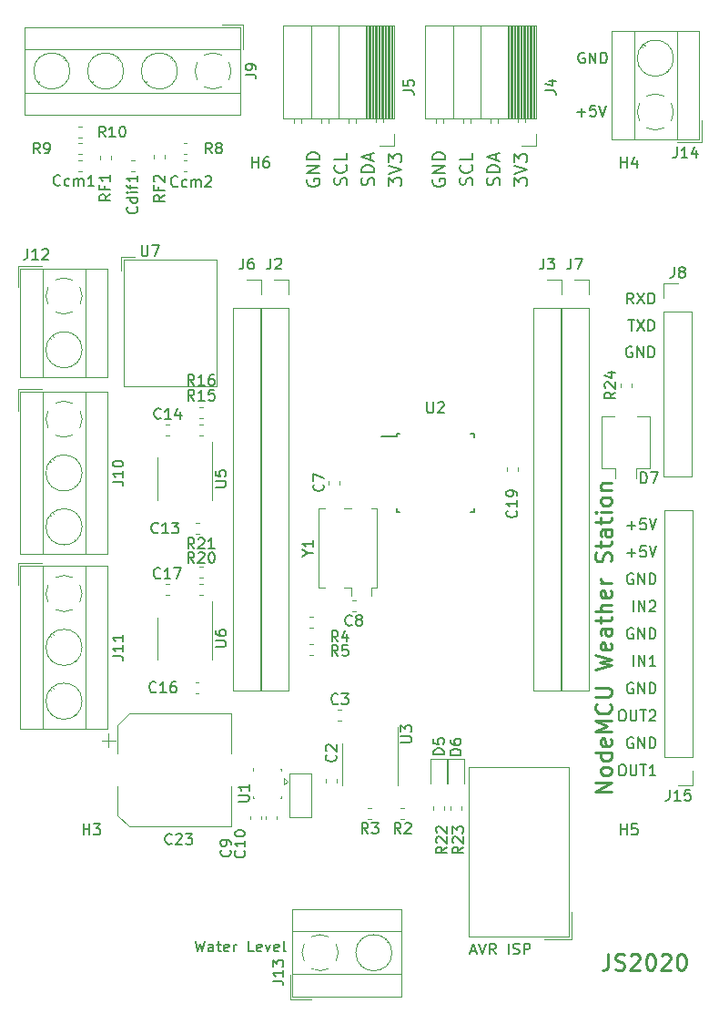
<source format=gbr>
G04 #@! TF.GenerationSoftware,KiCad,Pcbnew,(5.1.4)-1*
G04 #@! TF.CreationDate,2020-06-16T14:32:10+02:00*
G04 #@! TF.ProjectId,NodeMCU_WeatherStation,4e6f6465-4d43-4555-9f57-656174686572,rev?*
G04 #@! TF.SameCoordinates,Original*
G04 #@! TF.FileFunction,Legend,Top*
G04 #@! TF.FilePolarity,Positive*
%FSLAX46Y46*%
G04 Gerber Fmt 4.6, Leading zero omitted, Abs format (unit mm)*
G04 Created by KiCad (PCBNEW (5.1.4)-1) date 2020-06-16 14:32:10*
%MOMM*%
%LPD*%
G04 APERTURE LIST*
%ADD10C,0.150000*%
%ADD11C,0.250000*%
%ADD12C,0.200000*%
%ADD13C,0.120000*%
%ADD14C,0.100000*%
G04 APERTURE END LIST*
D10*
X82659923Y-140107580D02*
X82898019Y-141107580D01*
X83088495Y-140393295D01*
X83278971Y-141107580D01*
X83517066Y-140107580D01*
X84326590Y-141107580D02*
X84326590Y-140583771D01*
X84278971Y-140488533D01*
X84183733Y-140440914D01*
X83993257Y-140440914D01*
X83898019Y-140488533D01*
X84326590Y-141059961D02*
X84231352Y-141107580D01*
X83993257Y-141107580D01*
X83898019Y-141059961D01*
X83850400Y-140964723D01*
X83850400Y-140869485D01*
X83898019Y-140774247D01*
X83993257Y-140726628D01*
X84231352Y-140726628D01*
X84326590Y-140679009D01*
X84659923Y-140440914D02*
X85040876Y-140440914D01*
X84802780Y-140107580D02*
X84802780Y-140964723D01*
X84850400Y-141059961D01*
X84945638Y-141107580D01*
X85040876Y-141107580D01*
X85755161Y-141059961D02*
X85659923Y-141107580D01*
X85469447Y-141107580D01*
X85374209Y-141059961D01*
X85326590Y-140964723D01*
X85326590Y-140583771D01*
X85374209Y-140488533D01*
X85469447Y-140440914D01*
X85659923Y-140440914D01*
X85755161Y-140488533D01*
X85802780Y-140583771D01*
X85802780Y-140679009D01*
X85326590Y-140774247D01*
X86231352Y-141107580D02*
X86231352Y-140440914D01*
X86231352Y-140631390D02*
X86278971Y-140536152D01*
X86326590Y-140488533D01*
X86421828Y-140440914D01*
X86517066Y-140440914D01*
X88088495Y-141107580D02*
X87612304Y-141107580D01*
X87612304Y-140107580D01*
X88802780Y-141059961D02*
X88707542Y-141107580D01*
X88517066Y-141107580D01*
X88421828Y-141059961D01*
X88374209Y-140964723D01*
X88374209Y-140583771D01*
X88421828Y-140488533D01*
X88517066Y-140440914D01*
X88707542Y-140440914D01*
X88802780Y-140488533D01*
X88850400Y-140583771D01*
X88850400Y-140679009D01*
X88374209Y-140774247D01*
X89183733Y-140440914D02*
X89421828Y-141107580D01*
X89659923Y-140440914D01*
X90421828Y-141059961D02*
X90326590Y-141107580D01*
X90136114Y-141107580D01*
X90040876Y-141059961D01*
X89993257Y-140964723D01*
X89993257Y-140583771D01*
X90040876Y-140488533D01*
X90136114Y-140440914D01*
X90326590Y-140440914D01*
X90421828Y-140488533D01*
X90469447Y-140583771D01*
X90469447Y-140679009D01*
X89993257Y-140774247D01*
X91040876Y-141107580D02*
X90945638Y-141059961D01*
X90898019Y-140964723D01*
X90898019Y-140107580D01*
X118178285Y-63104228D02*
X118940190Y-63104228D01*
X118559238Y-63485180D02*
X118559238Y-62723276D01*
X119892571Y-62485180D02*
X119416380Y-62485180D01*
X119368761Y-62961371D01*
X119416380Y-62913752D01*
X119511619Y-62866133D01*
X119749714Y-62866133D01*
X119844952Y-62913752D01*
X119892571Y-62961371D01*
X119940190Y-63056609D01*
X119940190Y-63294704D01*
X119892571Y-63389942D01*
X119844952Y-63437561D01*
X119749714Y-63485180D01*
X119511619Y-63485180D01*
X119416380Y-63437561D01*
X119368761Y-63389942D01*
X120225904Y-62485180D02*
X120559238Y-63485180D01*
X120892571Y-62485180D01*
X118854495Y-57605200D02*
X118759257Y-57557580D01*
X118616400Y-57557580D01*
X118473542Y-57605200D01*
X118378304Y-57700438D01*
X118330685Y-57795676D01*
X118283066Y-57986152D01*
X118283066Y-58129009D01*
X118330685Y-58319485D01*
X118378304Y-58414723D01*
X118473542Y-58509961D01*
X118616400Y-58557580D01*
X118711638Y-58557580D01*
X118854495Y-58509961D01*
X118902114Y-58462342D01*
X118902114Y-58129009D01*
X118711638Y-58129009D01*
X119330685Y-58557580D02*
X119330685Y-57557580D01*
X119902114Y-58557580D01*
X119902114Y-57557580D01*
X120378304Y-58557580D02*
X120378304Y-57557580D01*
X120616400Y-57557580D01*
X120759257Y-57605200D01*
X120854495Y-57700438D01*
X120902114Y-57795676D01*
X120949733Y-57986152D01*
X120949733Y-58129009D01*
X120902114Y-58319485D01*
X120854495Y-58414723D01*
X120759257Y-58509961D01*
X120616400Y-58557580D01*
X120378304Y-58557580D01*
X108269295Y-141075866D02*
X108745485Y-141075866D01*
X108174057Y-141361580D02*
X108507390Y-140361580D01*
X108840723Y-141361580D01*
X109031200Y-140361580D02*
X109364533Y-141361580D01*
X109697866Y-140361580D01*
X110602628Y-141361580D02*
X110269295Y-140885390D01*
X110031200Y-141361580D02*
X110031200Y-140361580D01*
X110412152Y-140361580D01*
X110507390Y-140409200D01*
X110555009Y-140456819D01*
X110602628Y-140552057D01*
X110602628Y-140694914D01*
X110555009Y-140790152D01*
X110507390Y-140837771D01*
X110412152Y-140885390D01*
X110031200Y-140885390D01*
X111793104Y-141361580D02*
X111793104Y-140361580D01*
X112221676Y-141313961D02*
X112364533Y-141361580D01*
X112602628Y-141361580D01*
X112697866Y-141313961D01*
X112745485Y-141266342D01*
X112793104Y-141171104D01*
X112793104Y-141075866D01*
X112745485Y-140980628D01*
X112697866Y-140933009D01*
X112602628Y-140885390D01*
X112412152Y-140837771D01*
X112316914Y-140790152D01*
X112269295Y-140742533D01*
X112221676Y-140647295D01*
X112221676Y-140552057D01*
X112269295Y-140456819D01*
X112316914Y-140409200D01*
X112412152Y-140361580D01*
X112650247Y-140361580D01*
X112793104Y-140409200D01*
X113221676Y-141361580D02*
X113221676Y-140361580D01*
X113602628Y-140361580D01*
X113697866Y-140409200D01*
X113745485Y-140456819D01*
X113793104Y-140552057D01*
X113793104Y-140694914D01*
X113745485Y-140790152D01*
X113697866Y-140837771D01*
X113602628Y-140885390D01*
X113221676Y-140885390D01*
X123277276Y-84935600D02*
X123182038Y-84887980D01*
X123039181Y-84887980D01*
X122896323Y-84935600D01*
X122801085Y-85030838D01*
X122753466Y-85126076D01*
X122705847Y-85316552D01*
X122705847Y-85459409D01*
X122753466Y-85649885D01*
X122801085Y-85745123D01*
X122896323Y-85840361D01*
X123039181Y-85887980D01*
X123134419Y-85887980D01*
X123277276Y-85840361D01*
X123324895Y-85792742D01*
X123324895Y-85459409D01*
X123134419Y-85459409D01*
X123753466Y-85887980D02*
X123753466Y-84887980D01*
X124324895Y-85887980D01*
X124324895Y-84887980D01*
X124801085Y-85887980D02*
X124801085Y-84887980D01*
X125039181Y-84887980D01*
X125182038Y-84935600D01*
X125277276Y-85030838D01*
X125324895Y-85126076D01*
X125372514Y-85316552D01*
X125372514Y-85459409D01*
X125324895Y-85649885D01*
X125277276Y-85745123D01*
X125182038Y-85840361D01*
X125039181Y-85887980D01*
X124801085Y-85887980D01*
X123420133Y-80909580D02*
X123086800Y-80433390D01*
X122848704Y-80909580D02*
X122848704Y-79909580D01*
X123229657Y-79909580D01*
X123324895Y-79957200D01*
X123372514Y-80004819D01*
X123420133Y-80100057D01*
X123420133Y-80242914D01*
X123372514Y-80338152D01*
X123324895Y-80385771D01*
X123229657Y-80433390D01*
X122848704Y-80433390D01*
X123753466Y-79909580D02*
X124420133Y-80909580D01*
X124420133Y-79909580D02*
X123753466Y-80909580D01*
X124801085Y-80909580D02*
X124801085Y-79909580D01*
X125039180Y-79909580D01*
X125182038Y-79957200D01*
X125277276Y-80052438D01*
X125324895Y-80147676D01*
X125372514Y-80338152D01*
X125372514Y-80481009D01*
X125324895Y-80671485D01*
X125277276Y-80766723D01*
X125182038Y-80861961D01*
X125039180Y-80909580D01*
X124801085Y-80909580D01*
X122280457Y-123749980D02*
X122470933Y-123749980D01*
X122566171Y-123797600D01*
X122661409Y-123892838D01*
X122709028Y-124083314D01*
X122709028Y-124416647D01*
X122661409Y-124607123D01*
X122566171Y-124702361D01*
X122470933Y-124749980D01*
X122280457Y-124749980D01*
X122185219Y-124702361D01*
X122089981Y-124607123D01*
X122042362Y-124416647D01*
X122042362Y-124083314D01*
X122089981Y-123892838D01*
X122185219Y-123797600D01*
X122280457Y-123749980D01*
X123137600Y-123749980D02*
X123137600Y-124559504D01*
X123185219Y-124654742D01*
X123232838Y-124702361D01*
X123328076Y-124749980D01*
X123518552Y-124749980D01*
X123613790Y-124702361D01*
X123661409Y-124654742D01*
X123709028Y-124559504D01*
X123709028Y-123749980D01*
X124042362Y-123749980D02*
X124613790Y-123749980D01*
X124328076Y-124749980D02*
X124328076Y-123749980D01*
X125470933Y-124749980D02*
X124899505Y-124749980D01*
X125185219Y-124749980D02*
X125185219Y-123749980D01*
X125089981Y-123892838D01*
X124994743Y-123988076D01*
X124899505Y-124035695D01*
X122280457Y-118669980D02*
X122470933Y-118669980D01*
X122566171Y-118717600D01*
X122661409Y-118812838D01*
X122709028Y-119003314D01*
X122709028Y-119336647D01*
X122661409Y-119527123D01*
X122566171Y-119622361D01*
X122470933Y-119669980D01*
X122280457Y-119669980D01*
X122185219Y-119622361D01*
X122089981Y-119527123D01*
X122042362Y-119336647D01*
X122042362Y-119003314D01*
X122089981Y-118812838D01*
X122185219Y-118717600D01*
X122280457Y-118669980D01*
X123137600Y-118669980D02*
X123137600Y-119479504D01*
X123185219Y-119574742D01*
X123232838Y-119622361D01*
X123328076Y-119669980D01*
X123518552Y-119669980D01*
X123613790Y-119622361D01*
X123661409Y-119574742D01*
X123709028Y-119479504D01*
X123709028Y-118669980D01*
X124042362Y-118669980D02*
X124613790Y-118669980D01*
X124328076Y-119669980D02*
X124328076Y-118669980D01*
X124899505Y-118765219D02*
X124947124Y-118717600D01*
X125042362Y-118669980D01*
X125280457Y-118669980D01*
X125375695Y-118717600D01*
X125423314Y-118765219D01*
X125470933Y-118860457D01*
X125470933Y-118955695D01*
X125423314Y-119098552D01*
X124851886Y-119669980D01*
X125470933Y-119669980D01*
X123423315Y-114589980D02*
X123423315Y-113589980D01*
X123899505Y-114589980D02*
X123899505Y-113589980D01*
X124470934Y-114589980D01*
X124470934Y-113589980D01*
X125470934Y-114589980D02*
X124899505Y-114589980D01*
X125185219Y-114589980D02*
X125185219Y-113589980D01*
X125089981Y-113732838D01*
X124994743Y-113828076D01*
X124899505Y-113875695D01*
X123423315Y-109509980D02*
X123423315Y-108509980D01*
X123899505Y-109509980D02*
X123899505Y-108509980D01*
X124470934Y-109509980D01*
X124470934Y-108509980D01*
X124899505Y-108605219D02*
X124947124Y-108557600D01*
X125042362Y-108509980D01*
X125280457Y-108509980D01*
X125375695Y-108557600D01*
X125423315Y-108605219D01*
X125470934Y-108700457D01*
X125470934Y-108795695D01*
X125423315Y-108938552D01*
X124851886Y-109509980D01*
X125470934Y-109509980D01*
X123375695Y-121257600D02*
X123280457Y-121209980D01*
X123137600Y-121209980D01*
X122994742Y-121257600D01*
X122899504Y-121352838D01*
X122851885Y-121448076D01*
X122804266Y-121638552D01*
X122804266Y-121781409D01*
X122851885Y-121971885D01*
X122899504Y-122067123D01*
X122994742Y-122162361D01*
X123137600Y-122209980D01*
X123232838Y-122209980D01*
X123375695Y-122162361D01*
X123423314Y-122114742D01*
X123423314Y-121781409D01*
X123232838Y-121781409D01*
X123851885Y-122209980D02*
X123851885Y-121209980D01*
X124423314Y-122209980D01*
X124423314Y-121209980D01*
X124899504Y-122209980D02*
X124899504Y-121209980D01*
X125137600Y-121209980D01*
X125280457Y-121257600D01*
X125375695Y-121352838D01*
X125423314Y-121448076D01*
X125470933Y-121638552D01*
X125470933Y-121781409D01*
X125423314Y-121971885D01*
X125375695Y-122067123D01*
X125280457Y-122162361D01*
X125137600Y-122209980D01*
X124899504Y-122209980D01*
X123375695Y-116177600D02*
X123280457Y-116129980D01*
X123137600Y-116129980D01*
X122994742Y-116177600D01*
X122899504Y-116272838D01*
X122851885Y-116368076D01*
X122804266Y-116558552D01*
X122804266Y-116701409D01*
X122851885Y-116891885D01*
X122899504Y-116987123D01*
X122994742Y-117082361D01*
X123137600Y-117129980D01*
X123232838Y-117129980D01*
X123375695Y-117082361D01*
X123423314Y-117034742D01*
X123423314Y-116701409D01*
X123232838Y-116701409D01*
X123851885Y-117129980D02*
X123851885Y-116129980D01*
X124423314Y-117129980D01*
X124423314Y-116129980D01*
X124899504Y-117129980D02*
X124899504Y-116129980D01*
X125137600Y-116129980D01*
X125280457Y-116177600D01*
X125375695Y-116272838D01*
X125423314Y-116368076D01*
X125470933Y-116558552D01*
X125470933Y-116701409D01*
X125423314Y-116891885D01*
X125375695Y-116987123D01*
X125280457Y-117082361D01*
X125137600Y-117129980D01*
X124899504Y-117129980D01*
X123375695Y-111097600D02*
X123280457Y-111049980D01*
X123137600Y-111049980D01*
X122994742Y-111097600D01*
X122899504Y-111192838D01*
X122851885Y-111288076D01*
X122804266Y-111478552D01*
X122804266Y-111621409D01*
X122851885Y-111811885D01*
X122899504Y-111907123D01*
X122994742Y-112002361D01*
X123137600Y-112049980D01*
X123232838Y-112049980D01*
X123375695Y-112002361D01*
X123423314Y-111954742D01*
X123423314Y-111621409D01*
X123232838Y-111621409D01*
X123851885Y-112049980D02*
X123851885Y-111049980D01*
X124423314Y-112049980D01*
X124423314Y-111049980D01*
X124899504Y-112049980D02*
X124899504Y-111049980D01*
X125137600Y-111049980D01*
X125280457Y-111097600D01*
X125375695Y-111192838D01*
X125423314Y-111288076D01*
X125470933Y-111478552D01*
X125470933Y-111621409D01*
X125423314Y-111811885D01*
X125375695Y-111907123D01*
X125280457Y-112002361D01*
X125137600Y-112049980D01*
X124899504Y-112049980D01*
X123375695Y-106017600D02*
X123280457Y-105969980D01*
X123137600Y-105969980D01*
X122994742Y-106017600D01*
X122899504Y-106112838D01*
X122851885Y-106208076D01*
X122804266Y-106398552D01*
X122804266Y-106541409D01*
X122851885Y-106731885D01*
X122899504Y-106827123D01*
X122994742Y-106922361D01*
X123137600Y-106969980D01*
X123232838Y-106969980D01*
X123375695Y-106922361D01*
X123423314Y-106874742D01*
X123423314Y-106541409D01*
X123232838Y-106541409D01*
X123851885Y-106969980D02*
X123851885Y-105969980D01*
X124423314Y-106969980D01*
X124423314Y-105969980D01*
X124899504Y-106969980D02*
X124899504Y-105969980D01*
X125137600Y-105969980D01*
X125280457Y-106017600D01*
X125375695Y-106112838D01*
X125423314Y-106208076D01*
X125470933Y-106398552D01*
X125470933Y-106541409D01*
X125423314Y-106731885D01*
X125375695Y-106827123D01*
X125280457Y-106922361D01*
X125137600Y-106969980D01*
X124899504Y-106969980D01*
X122851885Y-104049028D02*
X123613790Y-104049028D01*
X123232838Y-104429980D02*
X123232838Y-103668076D01*
X124566171Y-103429980D02*
X124089980Y-103429980D01*
X124042361Y-103906171D01*
X124089980Y-103858552D01*
X124185219Y-103810933D01*
X124423314Y-103810933D01*
X124518552Y-103858552D01*
X124566171Y-103906171D01*
X124613790Y-104001409D01*
X124613790Y-104239504D01*
X124566171Y-104334742D01*
X124518552Y-104382361D01*
X124423314Y-104429980D01*
X124185219Y-104429980D01*
X124089980Y-104382361D01*
X124042361Y-104334742D01*
X124899504Y-103429980D02*
X125232838Y-104429980D01*
X125566171Y-103429980D01*
X122851885Y-101509028D02*
X123613790Y-101509028D01*
X123232838Y-101889980D02*
X123232838Y-101128076D01*
X124566171Y-100889980D02*
X124089980Y-100889980D01*
X124042361Y-101366171D01*
X124089980Y-101318552D01*
X124185219Y-101270933D01*
X124423314Y-101270933D01*
X124518552Y-101318552D01*
X124566171Y-101366171D01*
X124613790Y-101461409D01*
X124613790Y-101699504D01*
X124566171Y-101794742D01*
X124518552Y-101842361D01*
X124423314Y-101889980D01*
X124185219Y-101889980D01*
X124089980Y-101842361D01*
X124042361Y-101794742D01*
X124899504Y-100889980D02*
X125232838Y-101889980D01*
X125566171Y-100889980D01*
X122943943Y-82398780D02*
X123515371Y-82398780D01*
X123229657Y-83398780D02*
X123229657Y-82398780D01*
X123753467Y-82398780D02*
X124420133Y-83398780D01*
X124420133Y-82398780D02*
X123753467Y-83398780D01*
X124801086Y-83398780D02*
X124801086Y-82398780D01*
X125039181Y-82398780D01*
X125182038Y-82446400D01*
X125277276Y-82541638D01*
X125324895Y-82636876D01*
X125372514Y-82827352D01*
X125372514Y-82970209D01*
X125324895Y-83160685D01*
X125277276Y-83255923D01*
X125182038Y-83351161D01*
X125039181Y-83398780D01*
X124801086Y-83398780D01*
D11*
X121085257Y-141306971D02*
X121085257Y-142378400D01*
X121013828Y-142592685D01*
X120870971Y-142735542D01*
X120656685Y-142806971D01*
X120513828Y-142806971D01*
X121728114Y-142735542D02*
X121942400Y-142806971D01*
X122299542Y-142806971D01*
X122442400Y-142735542D01*
X122513828Y-142664114D01*
X122585257Y-142521257D01*
X122585257Y-142378400D01*
X122513828Y-142235542D01*
X122442400Y-142164114D01*
X122299542Y-142092685D01*
X122013828Y-142021257D01*
X121870971Y-141949828D01*
X121799542Y-141878400D01*
X121728114Y-141735542D01*
X121728114Y-141592685D01*
X121799542Y-141449828D01*
X121870971Y-141378400D01*
X122013828Y-141306971D01*
X122370971Y-141306971D01*
X122585257Y-141378400D01*
X123156685Y-141449828D02*
X123228114Y-141378400D01*
X123370971Y-141306971D01*
X123728114Y-141306971D01*
X123870971Y-141378400D01*
X123942400Y-141449828D01*
X124013828Y-141592685D01*
X124013828Y-141735542D01*
X123942400Y-141949828D01*
X123085257Y-142806971D01*
X124013828Y-142806971D01*
X124942400Y-141306971D02*
X125085257Y-141306971D01*
X125228114Y-141378400D01*
X125299542Y-141449828D01*
X125370971Y-141592685D01*
X125442400Y-141878400D01*
X125442400Y-142235542D01*
X125370971Y-142521257D01*
X125299542Y-142664114D01*
X125228114Y-142735542D01*
X125085257Y-142806971D01*
X124942400Y-142806971D01*
X124799542Y-142735542D01*
X124728114Y-142664114D01*
X124656685Y-142521257D01*
X124585257Y-142235542D01*
X124585257Y-141878400D01*
X124656685Y-141592685D01*
X124728114Y-141449828D01*
X124799542Y-141378400D01*
X124942400Y-141306971D01*
X126013828Y-141449828D02*
X126085257Y-141378400D01*
X126228114Y-141306971D01*
X126585257Y-141306971D01*
X126728114Y-141378400D01*
X126799542Y-141449828D01*
X126870971Y-141592685D01*
X126870971Y-141735542D01*
X126799542Y-141949828D01*
X125942400Y-142806971D01*
X126870971Y-142806971D01*
X127799542Y-141306971D02*
X127942399Y-141306971D01*
X128085257Y-141378400D01*
X128156685Y-141449828D01*
X128228114Y-141592685D01*
X128299542Y-141878400D01*
X128299542Y-142235542D01*
X128228114Y-142521257D01*
X128156685Y-142664114D01*
X128085257Y-142735542D01*
X127942399Y-142806971D01*
X127799542Y-142806971D01*
X127656685Y-142735542D01*
X127585257Y-142664114D01*
X127513828Y-142521257D01*
X127442399Y-142235542D01*
X127442399Y-141878400D01*
X127513828Y-141592685D01*
X127585257Y-141449828D01*
X127656685Y-141378400D01*
X127799542Y-141306971D01*
X121361771Y-126223828D02*
X119861771Y-126223828D01*
X121361771Y-125366685D01*
X119861771Y-125366685D01*
X121361771Y-124438114D02*
X121290342Y-124580971D01*
X121218914Y-124652400D01*
X121076057Y-124723828D01*
X120647485Y-124723828D01*
X120504628Y-124652400D01*
X120433200Y-124580971D01*
X120361771Y-124438114D01*
X120361771Y-124223828D01*
X120433200Y-124080971D01*
X120504628Y-124009542D01*
X120647485Y-123938114D01*
X121076057Y-123938114D01*
X121218914Y-124009542D01*
X121290342Y-124080971D01*
X121361771Y-124223828D01*
X121361771Y-124438114D01*
X121361771Y-122652400D02*
X119861771Y-122652400D01*
X121290342Y-122652400D02*
X121361771Y-122795257D01*
X121361771Y-123080971D01*
X121290342Y-123223828D01*
X121218914Y-123295257D01*
X121076057Y-123366685D01*
X120647485Y-123366685D01*
X120504628Y-123295257D01*
X120433200Y-123223828D01*
X120361771Y-123080971D01*
X120361771Y-122795257D01*
X120433200Y-122652400D01*
X121290342Y-121366685D02*
X121361771Y-121509542D01*
X121361771Y-121795257D01*
X121290342Y-121938114D01*
X121147485Y-122009542D01*
X120576057Y-122009542D01*
X120433200Y-121938114D01*
X120361771Y-121795257D01*
X120361771Y-121509542D01*
X120433200Y-121366685D01*
X120576057Y-121295257D01*
X120718914Y-121295257D01*
X120861771Y-122009542D01*
X121361771Y-120652400D02*
X119861771Y-120652400D01*
X120933200Y-120152400D01*
X119861771Y-119652400D01*
X121361771Y-119652400D01*
X121218914Y-118080971D02*
X121290342Y-118152400D01*
X121361771Y-118366685D01*
X121361771Y-118509542D01*
X121290342Y-118723828D01*
X121147485Y-118866685D01*
X121004628Y-118938114D01*
X120718914Y-119009542D01*
X120504628Y-119009542D01*
X120218914Y-118938114D01*
X120076057Y-118866685D01*
X119933200Y-118723828D01*
X119861771Y-118509542D01*
X119861771Y-118366685D01*
X119933200Y-118152400D01*
X120004628Y-118080971D01*
X119861771Y-117438114D02*
X121076057Y-117438114D01*
X121218914Y-117366685D01*
X121290342Y-117295257D01*
X121361771Y-117152400D01*
X121361771Y-116866685D01*
X121290342Y-116723828D01*
X121218914Y-116652400D01*
X121076057Y-116580971D01*
X119861771Y-116580971D01*
X119861771Y-114866685D02*
X121361771Y-114509542D01*
X120290342Y-114223828D01*
X121361771Y-113938114D01*
X119861771Y-113580971D01*
X121290342Y-112438114D02*
X121361771Y-112580971D01*
X121361771Y-112866685D01*
X121290342Y-113009542D01*
X121147485Y-113080971D01*
X120576057Y-113080971D01*
X120433200Y-113009542D01*
X120361771Y-112866685D01*
X120361771Y-112580971D01*
X120433200Y-112438114D01*
X120576057Y-112366685D01*
X120718914Y-112366685D01*
X120861771Y-113080971D01*
X121361771Y-111080971D02*
X120576057Y-111080971D01*
X120433200Y-111152400D01*
X120361771Y-111295257D01*
X120361771Y-111580971D01*
X120433200Y-111723828D01*
X121290342Y-111080971D02*
X121361771Y-111223828D01*
X121361771Y-111580971D01*
X121290342Y-111723828D01*
X121147485Y-111795257D01*
X121004628Y-111795257D01*
X120861771Y-111723828D01*
X120790342Y-111580971D01*
X120790342Y-111223828D01*
X120718914Y-111080971D01*
X120361771Y-110580971D02*
X120361771Y-110009542D01*
X119861771Y-110366685D02*
X121147485Y-110366685D01*
X121290342Y-110295257D01*
X121361771Y-110152400D01*
X121361771Y-110009542D01*
X121361771Y-109509542D02*
X119861771Y-109509542D01*
X121361771Y-108866685D02*
X120576057Y-108866685D01*
X120433200Y-108938114D01*
X120361771Y-109080971D01*
X120361771Y-109295257D01*
X120433200Y-109438114D01*
X120504628Y-109509542D01*
X121290342Y-107580971D02*
X121361771Y-107723828D01*
X121361771Y-108009542D01*
X121290342Y-108152400D01*
X121147485Y-108223828D01*
X120576057Y-108223828D01*
X120433200Y-108152400D01*
X120361771Y-108009542D01*
X120361771Y-107723828D01*
X120433200Y-107580971D01*
X120576057Y-107509542D01*
X120718914Y-107509542D01*
X120861771Y-108223828D01*
X121361771Y-106866685D02*
X120361771Y-106866685D01*
X120647485Y-106866685D02*
X120504628Y-106795257D01*
X120433200Y-106723828D01*
X120361771Y-106580971D01*
X120361771Y-106438114D01*
X121290342Y-104866685D02*
X121361771Y-104652400D01*
X121361771Y-104295257D01*
X121290342Y-104152400D01*
X121218914Y-104080971D01*
X121076057Y-104009542D01*
X120933200Y-104009542D01*
X120790342Y-104080971D01*
X120718914Y-104152400D01*
X120647485Y-104295257D01*
X120576057Y-104580971D01*
X120504628Y-104723828D01*
X120433200Y-104795257D01*
X120290342Y-104866685D01*
X120147485Y-104866685D01*
X120004628Y-104795257D01*
X119933200Y-104723828D01*
X119861771Y-104580971D01*
X119861771Y-104223828D01*
X119933200Y-104009542D01*
X120361771Y-103580971D02*
X120361771Y-103009542D01*
X119861771Y-103366685D02*
X121147485Y-103366685D01*
X121290342Y-103295257D01*
X121361771Y-103152400D01*
X121361771Y-103009542D01*
X121361771Y-101866685D02*
X120576057Y-101866685D01*
X120433200Y-101938114D01*
X120361771Y-102080971D01*
X120361771Y-102366685D01*
X120433200Y-102509542D01*
X121290342Y-101866685D02*
X121361771Y-102009542D01*
X121361771Y-102366685D01*
X121290342Y-102509542D01*
X121147485Y-102580971D01*
X121004628Y-102580971D01*
X120861771Y-102509542D01*
X120790342Y-102366685D01*
X120790342Y-102009542D01*
X120718914Y-101866685D01*
X120361771Y-101366685D02*
X120361771Y-100795257D01*
X119861771Y-101152400D02*
X121147485Y-101152400D01*
X121290342Y-101080971D01*
X121361771Y-100938114D01*
X121361771Y-100795257D01*
X121361771Y-100295257D02*
X120361771Y-100295257D01*
X119861771Y-100295257D02*
X119933200Y-100366685D01*
X120004628Y-100295257D01*
X119933200Y-100223828D01*
X119861771Y-100295257D01*
X120004628Y-100295257D01*
X121361771Y-99366685D02*
X121290342Y-99509542D01*
X121218914Y-99580971D01*
X121076057Y-99652400D01*
X120647485Y-99652400D01*
X120504628Y-99580971D01*
X120433200Y-99509542D01*
X120361771Y-99366685D01*
X120361771Y-99152400D01*
X120433200Y-99009542D01*
X120504628Y-98938114D01*
X120647485Y-98866685D01*
X121076057Y-98866685D01*
X121218914Y-98938114D01*
X121290342Y-99009542D01*
X121361771Y-99152400D01*
X121361771Y-99366685D01*
X120361771Y-98223828D02*
X121361771Y-98223828D01*
X120504628Y-98223828D02*
X120433200Y-98152400D01*
X120361771Y-98009542D01*
X120361771Y-97795257D01*
X120433200Y-97652400D01*
X120576057Y-97580971D01*
X121361771Y-97580971D01*
D12*
X100645857Y-69928714D02*
X100645857Y-69185857D01*
X101103000Y-69585857D01*
X101103000Y-69414428D01*
X101160142Y-69300142D01*
X101217285Y-69243000D01*
X101331571Y-69185857D01*
X101617285Y-69185857D01*
X101731571Y-69243000D01*
X101788714Y-69300142D01*
X101845857Y-69414428D01*
X101845857Y-69757285D01*
X101788714Y-69871571D01*
X101731571Y-69928714D01*
X100645857Y-68843000D02*
X101845857Y-68443000D01*
X100645857Y-68043000D01*
X100645857Y-67757285D02*
X100645857Y-67014428D01*
X101103000Y-67414428D01*
X101103000Y-67243000D01*
X101160142Y-67128714D01*
X101217285Y-67071571D01*
X101331571Y-67014428D01*
X101617285Y-67014428D01*
X101731571Y-67071571D01*
X101788714Y-67128714D01*
X101845857Y-67243000D01*
X101845857Y-67585857D01*
X101788714Y-67700142D01*
X101731571Y-67757285D01*
X96708714Y-69871571D02*
X96765857Y-69700142D01*
X96765857Y-69414428D01*
X96708714Y-69300142D01*
X96651571Y-69243000D01*
X96537285Y-69185857D01*
X96423000Y-69185857D01*
X96308714Y-69243000D01*
X96251571Y-69300142D01*
X96194428Y-69414428D01*
X96137285Y-69643000D01*
X96080142Y-69757285D01*
X96023000Y-69814428D01*
X95908714Y-69871571D01*
X95794428Y-69871571D01*
X95680142Y-69814428D01*
X95623000Y-69757285D01*
X95565857Y-69643000D01*
X95565857Y-69357285D01*
X95623000Y-69185857D01*
X96651571Y-67985857D02*
X96708714Y-68043000D01*
X96765857Y-68214428D01*
X96765857Y-68328714D01*
X96708714Y-68500142D01*
X96594428Y-68614428D01*
X96480142Y-68671571D01*
X96251571Y-68728714D01*
X96080142Y-68728714D01*
X95851571Y-68671571D01*
X95737285Y-68614428D01*
X95623000Y-68500142D01*
X95565857Y-68328714D01*
X95565857Y-68214428D01*
X95623000Y-68043000D01*
X95680142Y-67985857D01*
X96765857Y-66900142D02*
X96765857Y-67471571D01*
X95565857Y-67471571D01*
X99248714Y-69900142D02*
X99305857Y-69728714D01*
X99305857Y-69443000D01*
X99248714Y-69328714D01*
X99191571Y-69271571D01*
X99077285Y-69214428D01*
X98963000Y-69214428D01*
X98848714Y-69271571D01*
X98791571Y-69328714D01*
X98734428Y-69443000D01*
X98677285Y-69671571D01*
X98620142Y-69785857D01*
X98563000Y-69843000D01*
X98448714Y-69900142D01*
X98334428Y-69900142D01*
X98220142Y-69843000D01*
X98163000Y-69785857D01*
X98105857Y-69671571D01*
X98105857Y-69385857D01*
X98163000Y-69214428D01*
X99305857Y-68700142D02*
X98105857Y-68700142D01*
X98105857Y-68414428D01*
X98163000Y-68243000D01*
X98277285Y-68128714D01*
X98391571Y-68071571D01*
X98620142Y-68014428D01*
X98791571Y-68014428D01*
X99020142Y-68071571D01*
X99134428Y-68128714D01*
X99248714Y-68243000D01*
X99305857Y-68414428D01*
X99305857Y-68700142D01*
X98963000Y-67557285D02*
X98963000Y-66985857D01*
X99305857Y-67671571D02*
X98105857Y-67271571D01*
X99305857Y-66871571D01*
X93083000Y-69357285D02*
X93025857Y-69471571D01*
X93025857Y-69643000D01*
X93083000Y-69814428D01*
X93197285Y-69928714D01*
X93311571Y-69985857D01*
X93540142Y-70043000D01*
X93711571Y-70043000D01*
X93940142Y-69985857D01*
X94054428Y-69928714D01*
X94168714Y-69814428D01*
X94225857Y-69643000D01*
X94225857Y-69528714D01*
X94168714Y-69357285D01*
X94111571Y-69300142D01*
X93711571Y-69300142D01*
X93711571Y-69528714D01*
X94225857Y-68785857D02*
X93025857Y-68785857D01*
X94225857Y-68100142D01*
X93025857Y-68100142D01*
X94225857Y-67528714D02*
X93025857Y-67528714D01*
X93025857Y-67243000D01*
X93083000Y-67071571D01*
X93197285Y-66957285D01*
X93311571Y-66900142D01*
X93540142Y-66843000D01*
X93711571Y-66843000D01*
X93940142Y-66900142D01*
X94054428Y-66957285D01*
X94168714Y-67071571D01*
X94225857Y-67243000D01*
X94225857Y-67528714D01*
X104767000Y-69357285D02*
X104709857Y-69471571D01*
X104709857Y-69643000D01*
X104767000Y-69814428D01*
X104881285Y-69928714D01*
X104995571Y-69985857D01*
X105224142Y-70043000D01*
X105395571Y-70043000D01*
X105624142Y-69985857D01*
X105738428Y-69928714D01*
X105852714Y-69814428D01*
X105909857Y-69643000D01*
X105909857Y-69528714D01*
X105852714Y-69357285D01*
X105795571Y-69300142D01*
X105395571Y-69300142D01*
X105395571Y-69528714D01*
X105909857Y-68785857D02*
X104709857Y-68785857D01*
X105909857Y-68100142D01*
X104709857Y-68100142D01*
X105909857Y-67528714D02*
X104709857Y-67528714D01*
X104709857Y-67243000D01*
X104767000Y-67071571D01*
X104881285Y-66957285D01*
X104995571Y-66900142D01*
X105224142Y-66843000D01*
X105395571Y-66843000D01*
X105624142Y-66900142D01*
X105738428Y-66957285D01*
X105852714Y-67071571D01*
X105909857Y-67243000D01*
X105909857Y-67528714D01*
X112329857Y-69928714D02*
X112329857Y-69185857D01*
X112787000Y-69585857D01*
X112787000Y-69414428D01*
X112844142Y-69300142D01*
X112901285Y-69243000D01*
X113015571Y-69185857D01*
X113301285Y-69185857D01*
X113415571Y-69243000D01*
X113472714Y-69300142D01*
X113529857Y-69414428D01*
X113529857Y-69757285D01*
X113472714Y-69871571D01*
X113415571Y-69928714D01*
X112329857Y-68843000D02*
X113529857Y-68443000D01*
X112329857Y-68043000D01*
X112329857Y-67757285D02*
X112329857Y-67014428D01*
X112787000Y-67414428D01*
X112787000Y-67243000D01*
X112844142Y-67128714D01*
X112901285Y-67071571D01*
X113015571Y-67014428D01*
X113301285Y-67014428D01*
X113415571Y-67071571D01*
X113472714Y-67128714D01*
X113529857Y-67243000D01*
X113529857Y-67585857D01*
X113472714Y-67700142D01*
X113415571Y-67757285D01*
X110932714Y-69900142D02*
X110989857Y-69728714D01*
X110989857Y-69443000D01*
X110932714Y-69328714D01*
X110875571Y-69271571D01*
X110761285Y-69214428D01*
X110647000Y-69214428D01*
X110532714Y-69271571D01*
X110475571Y-69328714D01*
X110418428Y-69443000D01*
X110361285Y-69671571D01*
X110304142Y-69785857D01*
X110247000Y-69843000D01*
X110132714Y-69900142D01*
X110018428Y-69900142D01*
X109904142Y-69843000D01*
X109847000Y-69785857D01*
X109789857Y-69671571D01*
X109789857Y-69385857D01*
X109847000Y-69214428D01*
X110989857Y-68700142D02*
X109789857Y-68700142D01*
X109789857Y-68414428D01*
X109847000Y-68243000D01*
X109961285Y-68128714D01*
X110075571Y-68071571D01*
X110304142Y-68014428D01*
X110475571Y-68014428D01*
X110704142Y-68071571D01*
X110818428Y-68128714D01*
X110932714Y-68243000D01*
X110989857Y-68414428D01*
X110989857Y-68700142D01*
X110647000Y-67557285D02*
X110647000Y-66985857D01*
X110989857Y-67671571D02*
X109789857Y-67271571D01*
X110989857Y-66871571D01*
X108392714Y-69871571D02*
X108449857Y-69700142D01*
X108449857Y-69414428D01*
X108392714Y-69300142D01*
X108335571Y-69243000D01*
X108221285Y-69185857D01*
X108107000Y-69185857D01*
X107992714Y-69243000D01*
X107935571Y-69300142D01*
X107878428Y-69414428D01*
X107821285Y-69643000D01*
X107764142Y-69757285D01*
X107707000Y-69814428D01*
X107592714Y-69871571D01*
X107478428Y-69871571D01*
X107364142Y-69814428D01*
X107307000Y-69757285D01*
X107249857Y-69643000D01*
X107249857Y-69357285D01*
X107307000Y-69185857D01*
X108335571Y-67985857D02*
X108392714Y-68043000D01*
X108449857Y-68214428D01*
X108449857Y-68328714D01*
X108392714Y-68500142D01*
X108278428Y-68614428D01*
X108164142Y-68671571D01*
X107935571Y-68728714D01*
X107764142Y-68728714D01*
X107535571Y-68671571D01*
X107421285Y-68614428D01*
X107307000Y-68500142D01*
X107249857Y-68328714D01*
X107249857Y-68214428D01*
X107307000Y-68043000D01*
X107364142Y-67985857D01*
X108449857Y-66900142D02*
X108449857Y-67471571D01*
X107249857Y-67471571D01*
D13*
X128922000Y-125627600D02*
X127592000Y-125627600D01*
X128922000Y-124297600D02*
X128922000Y-125627600D01*
X128922000Y-123027600D02*
X126262000Y-123027600D01*
X126262000Y-123027600D02*
X126262000Y-100107600D01*
X128922000Y-123027600D02*
X128922000Y-100107600D01*
X128922000Y-100107600D02*
X126262000Y-100107600D01*
X129758400Y-65883600D02*
X129758400Y-63883600D01*
X127518400Y-65883600D02*
X129758400Y-65883600D01*
X126434400Y-59263600D02*
X126527400Y-59357600D01*
X124183400Y-57013600D02*
X124242400Y-57072600D01*
X126674400Y-59093600D02*
X126732400Y-59152600D01*
X124389400Y-56808600D02*
X124482400Y-56902600D01*
X121398400Y-55523600D02*
X129518400Y-55523600D01*
X121398400Y-65643600D02*
X129518400Y-65643600D01*
X129518400Y-65643600D02*
X129518400Y-55523600D01*
X121398400Y-65643600D02*
X121398400Y-55523600D01*
X123458400Y-65643600D02*
X123458400Y-55523600D01*
X127458400Y-65643600D02*
X127458400Y-55523600D01*
X127138400Y-58083600D02*
G75*
G03X127138400Y-58083600I-1680000J0D01*
G01*
X127138850Y-63054217D02*
G75*
G02X126942400Y-63872600I-1680450J-29383D01*
G01*
X126247488Y-64567553D02*
G75*
G02X124669400Y-64567600I-789088J1483953D01*
G01*
X123974447Y-63872688D02*
G75*
G02X123974400Y-62294600I1483953J789088D01*
G01*
X124669312Y-61599647D02*
G75*
G02X126247400Y-61599600I789088J-1483953D01*
G01*
X126941752Y-62294888D02*
G75*
G02X127138400Y-63083600I-1483352J-788712D01*
G01*
X75762000Y-76592200D02*
X75762000Y-77832200D01*
X77002000Y-76592200D02*
X75762000Y-76592200D01*
X84622000Y-88553200D02*
X76002000Y-88553200D01*
X84622000Y-76832200D02*
X76002000Y-76832200D01*
X76002000Y-76832200D02*
X76002000Y-88553200D01*
X84622000Y-76832200D02*
X84622000Y-88553200D01*
X74578600Y-120861800D02*
X74578600Y-122111800D01*
X73953600Y-121486800D02*
X75203600Y-121486800D01*
X75443600Y-128442363D02*
X76508037Y-129506800D01*
X75443600Y-120051237D02*
X76508037Y-118986800D01*
X75443600Y-120051237D02*
X75443600Y-122736800D01*
X75443600Y-128442363D02*
X75443600Y-125756800D01*
X76508037Y-129506800D02*
X85963600Y-129506800D01*
X76508037Y-118986800D02*
X85963600Y-118986800D01*
X85963600Y-118986800D02*
X85963600Y-122736800D01*
X85963600Y-129506800D02*
X85963600Y-125756800D01*
X123225200Y-88646379D02*
X123225200Y-88320821D01*
X122205200Y-88646379D02*
X122205200Y-88320821D01*
X123675200Y-96226800D02*
X123675200Y-97146800D01*
X121755200Y-96226800D02*
X121755200Y-97146800D01*
X120455200Y-91356800D02*
X121655200Y-91356800D01*
X120455200Y-96226800D02*
X120455200Y-91356800D01*
X124975200Y-91356800D02*
X124975200Y-96226800D01*
X123775200Y-91356800D02*
X124975200Y-91356800D01*
X120455200Y-96226800D02*
X121755200Y-96226800D01*
X123675200Y-96226800D02*
X124975200Y-96226800D01*
X91467200Y-145514000D02*
X93467200Y-145514000D01*
X91467200Y-143274000D02*
X91467200Y-145514000D01*
X98087200Y-142190000D02*
X97993200Y-142283000D01*
X100337200Y-139939000D02*
X100278200Y-139998000D01*
X98257200Y-142430000D02*
X98198200Y-142488000D01*
X100542200Y-140145000D02*
X100448200Y-140238000D01*
X101827200Y-137154000D02*
X101827200Y-145274000D01*
X91707200Y-137154000D02*
X91707200Y-145274000D01*
X91707200Y-145274000D02*
X101827200Y-145274000D01*
X91707200Y-137154000D02*
X101827200Y-137154000D01*
X91707200Y-139214000D02*
X101827200Y-139214000D01*
X91707200Y-143214000D02*
X101827200Y-143214000D01*
X100947200Y-141214000D02*
G75*
G03X100947200Y-141214000I-1680000J0D01*
G01*
X94296583Y-142894450D02*
G75*
G02X93478200Y-142698000I-29383J1680450D01*
G01*
X92783247Y-142003088D02*
G75*
G02X92783200Y-140425000I1483953J789088D01*
G01*
X93478112Y-139730047D02*
G75*
G02X95056200Y-139730000I789088J-1483953D01*
G01*
X95751153Y-140424912D02*
G75*
G02X95751200Y-142003000I-1483953J-789088D01*
G01*
X95055912Y-142697352D02*
G75*
G02X94267200Y-142894000I-788712J1483352D01*
G01*
X107426400Y-127914779D02*
X107426400Y-127589221D01*
X106406400Y-127914779D02*
X106406400Y-127589221D01*
X105800800Y-127914779D02*
X105800800Y-127589221D01*
X104780800Y-127914779D02*
X104780800Y-127589221D01*
X106182200Y-123219000D02*
X106182200Y-125504000D01*
X107652200Y-123219000D02*
X106182200Y-123219000D01*
X107652200Y-125504000D02*
X107652200Y-123219000D01*
X104555800Y-123219000D02*
X104555800Y-125504000D01*
X106025800Y-123219000D02*
X104555800Y-123219000D01*
X106025800Y-125504000D02*
X106025800Y-123219000D01*
X112658800Y-96418779D02*
X112658800Y-96093221D01*
X111638800Y-96418779D02*
X111638800Y-96093221D01*
X117658000Y-139956000D02*
X115118000Y-139956000D01*
X117658000Y-139956000D02*
X117658000Y-137416000D01*
X117408000Y-139706000D02*
X108058000Y-139706000D01*
X117408000Y-123926000D02*
X117408000Y-139706000D01*
X108058000Y-123926000D02*
X117408000Y-123926000D01*
X108058000Y-139706000D02*
X108058000Y-123926000D01*
X79880421Y-107942000D02*
X80205979Y-107942000D01*
X79880421Y-106922000D02*
X80205979Y-106922000D01*
X82974679Y-116066000D02*
X82649121Y-116066000D01*
X82974679Y-117086000D02*
X82649121Y-117086000D01*
X79931221Y-93108400D02*
X80256779Y-93108400D01*
X79931221Y-92088400D02*
X80256779Y-92088400D01*
X82999979Y-101232400D02*
X82674421Y-101232400D01*
X82999979Y-102252400D02*
X82674421Y-102252400D01*
X84228800Y-112004000D02*
X84228800Y-108554000D01*
X84228800Y-112004000D02*
X84228800Y-113954000D01*
X79108800Y-112004000D02*
X79108800Y-110054000D01*
X79108800Y-112004000D02*
X79108800Y-113954000D01*
X84228800Y-97170400D02*
X84228800Y-93720400D01*
X84228800Y-97170400D02*
X84228800Y-99120400D01*
X79108800Y-97170400D02*
X79108800Y-95220400D01*
X79108800Y-97170400D02*
X79108800Y-99120400D01*
X83030021Y-106367200D02*
X83355579Y-106367200D01*
X83030021Y-105347200D02*
X83355579Y-105347200D01*
X83355579Y-106922000D02*
X83030021Y-106922000D01*
X83355579Y-107942000D02*
X83030021Y-107942000D01*
X83030021Y-91533600D02*
X83355579Y-91533600D01*
X83030021Y-90513600D02*
X83355579Y-90513600D01*
X83355579Y-92088400D02*
X83030021Y-92088400D01*
X83355579Y-93108400D02*
X83030021Y-93108400D01*
X66142000Y-77381600D02*
X66142000Y-79381600D01*
X68382000Y-77381600D02*
X66142000Y-77381600D01*
X69466000Y-84001600D02*
X69373000Y-83907600D01*
X71717000Y-86251600D02*
X71658000Y-86192600D01*
X69226000Y-84171600D02*
X69168000Y-84112600D01*
X71511000Y-86456600D02*
X71418000Y-86362600D01*
X74502000Y-87741600D02*
X66382000Y-87741600D01*
X74502000Y-77621600D02*
X66382000Y-77621600D01*
X66382000Y-77621600D02*
X66382000Y-87741600D01*
X74502000Y-77621600D02*
X74502000Y-87741600D01*
X72442000Y-77621600D02*
X72442000Y-87741600D01*
X68442000Y-77621600D02*
X68442000Y-87741600D01*
X72122000Y-85181600D02*
G75*
G03X72122000Y-85181600I-1680000J0D01*
G01*
X68761550Y-80210983D02*
G75*
G02X68958000Y-79392600I1680450J29383D01*
G01*
X69652912Y-78697647D02*
G75*
G02X71231000Y-78697600I789088J-1483953D01*
G01*
X71925953Y-79392512D02*
G75*
G02X71926000Y-80970600I-1483953J-789088D01*
G01*
X71231088Y-81665553D02*
G75*
G02X69653000Y-81665600I-789088J1483953D01*
G01*
X68958648Y-80970312D02*
G75*
G02X68762000Y-80181600I1483352J788712D01*
G01*
X66142000Y-105038800D02*
X66142000Y-107038800D01*
X68382000Y-105038800D02*
X66142000Y-105038800D01*
X69466000Y-116658800D02*
X69373000Y-116564800D01*
X71717000Y-118908800D02*
X71658000Y-118849800D01*
X69226000Y-116828800D02*
X69168000Y-116769800D01*
X71511000Y-119113800D02*
X71418000Y-119019800D01*
X69466000Y-111658800D02*
X69373000Y-111564800D01*
X71717000Y-113908800D02*
X71658000Y-113849800D01*
X69226000Y-111828800D02*
X69168000Y-111769800D01*
X71511000Y-114113800D02*
X71418000Y-114019800D01*
X74502000Y-120398800D02*
X66382000Y-120398800D01*
X74502000Y-105278800D02*
X66382000Y-105278800D01*
X66382000Y-105278800D02*
X66382000Y-120398800D01*
X74502000Y-105278800D02*
X74502000Y-120398800D01*
X72442000Y-105278800D02*
X72442000Y-120398800D01*
X68442000Y-105278800D02*
X68442000Y-120398800D01*
X72122000Y-117838800D02*
G75*
G03X72122000Y-117838800I-1680000J0D01*
G01*
X72122000Y-112838800D02*
G75*
G03X72122000Y-112838800I-1680000J0D01*
G01*
X68761550Y-107868183D02*
G75*
G02X68958000Y-107049800I1680450J29383D01*
G01*
X69652912Y-106354847D02*
G75*
G02X71231000Y-106354800I789088J-1483953D01*
G01*
X71925953Y-107049712D02*
G75*
G02X71926000Y-108627800I-1483953J-789088D01*
G01*
X71231088Y-109322753D02*
G75*
G02X69653000Y-109322800I-789088J1483953D01*
G01*
X68958648Y-108627512D02*
G75*
G02X68762000Y-107838800I1483352J788712D01*
G01*
X66142000Y-88833200D02*
X66142000Y-90833200D01*
X68382000Y-88833200D02*
X66142000Y-88833200D01*
X69466000Y-100453200D02*
X69373000Y-100359200D01*
X71717000Y-102703200D02*
X71658000Y-102644200D01*
X69226000Y-100623200D02*
X69168000Y-100564200D01*
X71511000Y-102908200D02*
X71418000Y-102814200D01*
X69466000Y-95453200D02*
X69373000Y-95359200D01*
X71717000Y-97703200D02*
X71658000Y-97644200D01*
X69226000Y-95623200D02*
X69168000Y-95564200D01*
X71511000Y-97908200D02*
X71418000Y-97814200D01*
X74502000Y-104193200D02*
X66382000Y-104193200D01*
X74502000Y-89073200D02*
X66382000Y-89073200D01*
X66382000Y-89073200D02*
X66382000Y-104193200D01*
X74502000Y-89073200D02*
X74502000Y-104193200D01*
X72442000Y-89073200D02*
X72442000Y-104193200D01*
X68442000Y-89073200D02*
X68442000Y-104193200D01*
X72122000Y-101633200D02*
G75*
G03X72122000Y-101633200I-1680000J0D01*
G01*
X72122000Y-96633200D02*
G75*
G03X72122000Y-96633200I-1680000J0D01*
G01*
X68761550Y-91662583D02*
G75*
G02X68958000Y-90844200I1680450J29383D01*
G01*
X69652912Y-90149247D02*
G75*
G02X71231000Y-90149200I789088J-1483953D01*
G01*
X71925953Y-90844112D02*
G75*
G02X71926000Y-92422200I-1483953J-789088D01*
G01*
X71231088Y-93117153D02*
G75*
G02X69653000Y-93117200I-789088J1483953D01*
G01*
X68958648Y-92421912D02*
G75*
G02X68762000Y-91633200I1483352J788712D01*
G01*
X79842000Y-67411979D02*
X79842000Y-67086421D01*
X78822000Y-67411979D02*
X78822000Y-67086421D01*
X74812800Y-67462779D02*
X74812800Y-67137221D01*
X73792800Y-67462779D02*
X73792800Y-67137221D01*
X71803221Y-65422400D02*
X72128779Y-65422400D01*
X71803221Y-64402400D02*
X72128779Y-64402400D01*
X71803221Y-66997200D02*
X72128779Y-66997200D01*
X71803221Y-65977200D02*
X72128779Y-65977200D01*
X81882379Y-65977200D02*
X81556821Y-65977200D01*
X81882379Y-66997200D02*
X81556821Y-66997200D01*
X87110400Y-54973600D02*
X85110400Y-54973600D01*
X87110400Y-57213600D02*
X87110400Y-54973600D01*
X70490400Y-58297600D02*
X70584400Y-58204600D01*
X68240400Y-60548600D02*
X68299400Y-60489600D01*
X70320400Y-58057600D02*
X70379400Y-57999600D01*
X68035400Y-60342600D02*
X68129400Y-60249600D01*
X75490400Y-58297600D02*
X75584400Y-58204600D01*
X73240400Y-60548600D02*
X73299400Y-60489600D01*
X75320400Y-58057600D02*
X75379400Y-57999600D01*
X73035400Y-60342600D02*
X73129400Y-60249600D01*
X80490400Y-58297600D02*
X80584400Y-58204600D01*
X78240400Y-60548600D02*
X78299400Y-60489600D01*
X80320400Y-58057600D02*
X80379400Y-57999600D01*
X78035400Y-60342600D02*
X78129400Y-60249600D01*
X66749400Y-63333600D02*
X66749400Y-55213600D01*
X86870400Y-63333600D02*
X86870400Y-55213600D01*
X86870400Y-55213600D02*
X66749400Y-55213600D01*
X86870400Y-63333600D02*
X66749400Y-63333600D01*
X86870400Y-61273600D02*
X66749400Y-61273600D01*
X86870400Y-57273600D02*
X66749400Y-57273600D01*
X70990400Y-59273600D02*
G75*
G03X70990400Y-59273600I-1680000J0D01*
G01*
X75990400Y-59273600D02*
G75*
G03X75990400Y-59273600I-1680000J0D01*
G01*
X80990400Y-59273600D02*
G75*
G03X80990400Y-59273600I-1680000J0D01*
G01*
X84281017Y-57593150D02*
G75*
G02X85099400Y-57789600I29383J-1680450D01*
G01*
X85794353Y-58484512D02*
G75*
G02X85794400Y-60062600I-1483953J-789088D01*
G01*
X85099488Y-60757553D02*
G75*
G02X83521400Y-60757600I-789088J1483953D01*
G01*
X82826447Y-60062688D02*
G75*
G02X82826400Y-58484600I1483953J789088D01*
G01*
X83521688Y-57790248D02*
G75*
G02X84310400Y-57593600I788712J-1483352D01*
G01*
X77005579Y-67552000D02*
X76680021Y-67552000D01*
X77005579Y-68572000D02*
X76680021Y-68572000D01*
X81882379Y-67552000D02*
X81556821Y-67552000D01*
X81882379Y-68572000D02*
X81556821Y-68572000D01*
X72128779Y-67552000D02*
X71803221Y-67552000D01*
X72128779Y-68572000D02*
X71803221Y-68572000D01*
X126211200Y-79025600D02*
X127541200Y-79025600D01*
X126211200Y-80355600D02*
X126211200Y-79025600D01*
X126211200Y-81625600D02*
X128871200Y-81625600D01*
X128871200Y-81625600D02*
X128871200Y-96925600D01*
X126211200Y-81625600D02*
X126211200Y-96925600D01*
X126211200Y-96925600D02*
X128871200Y-96925600D01*
X93438400Y-124533600D02*
X93438400Y-128633600D01*
X93438400Y-128633600D02*
X91438400Y-128633600D01*
X91438400Y-128633600D02*
X91438400Y-124533600D01*
X91438400Y-124533600D02*
X93438400Y-124533600D01*
X91238400Y-125283600D02*
X90938400Y-124983600D01*
X90938400Y-124983600D02*
X90938400Y-125583600D01*
X91238400Y-125283600D02*
X90938400Y-125583600D01*
X89236000Y-128503621D02*
X89236000Y-128829179D01*
X90256000Y-128503621D02*
X90256000Y-128829179D01*
X87762800Y-128503621D02*
X87762800Y-128829179D01*
X88782800Y-128503621D02*
X88782800Y-128829179D01*
X117940000Y-78670000D02*
X119270000Y-78670000D01*
X119270000Y-78670000D02*
X119270000Y-80000000D01*
X119270000Y-81270000D02*
X119270000Y-116890000D01*
X116610000Y-116890000D02*
X119270000Y-116890000D01*
X116610000Y-81270000D02*
X116610000Y-116890000D01*
X116610000Y-81270000D02*
X119270000Y-81270000D01*
X87460000Y-78670000D02*
X88790000Y-78670000D01*
X88790000Y-78670000D02*
X88790000Y-80000000D01*
X88790000Y-81270000D02*
X88790000Y-116890000D01*
X86130000Y-116890000D02*
X88790000Y-116890000D01*
X86130000Y-81270000D02*
X86130000Y-116890000D01*
X86130000Y-81270000D02*
X88790000Y-81270000D01*
X97554279Y-108446000D02*
X97228721Y-108446000D01*
X97554279Y-109466000D02*
X97228721Y-109466000D01*
X96098000Y-97688779D02*
X96098000Y-97363221D01*
X95078000Y-97688779D02*
X95078000Y-97363221D01*
X96508000Y-99922000D02*
X97208000Y-99922000D01*
X97208000Y-107322000D02*
X96508000Y-107322000D01*
X97208000Y-108072000D02*
X97208000Y-107322000D01*
X99558000Y-99922000D02*
X99008000Y-99922000D01*
X99558000Y-107322000D02*
X99558000Y-99922000D01*
X99008000Y-107322000D02*
X99558000Y-107322000D01*
X99008000Y-108072000D02*
X99008000Y-107322000D01*
X94158000Y-99922000D02*
X94708000Y-99922000D01*
X94158000Y-107322000D02*
X94158000Y-99922000D01*
X94708000Y-107322000D02*
X94158000Y-107322000D01*
X101109000Y-65141000D02*
X101109000Y-66251000D01*
X101109000Y-66251000D02*
X99779000Y-66251000D01*
X101109000Y-55051000D02*
X90829000Y-55051000D01*
X90829000Y-55051000D02*
X90829000Y-63681000D01*
X101109000Y-63681000D02*
X90829000Y-63681000D01*
X101109000Y-55051000D02*
X101109000Y-63681000D01*
X93429000Y-55051000D02*
X93429000Y-63681000D01*
X95969000Y-55051000D02*
X95969000Y-63681000D01*
X98509000Y-55051000D02*
X98509000Y-63681000D01*
X91799000Y-63681000D02*
X91799000Y-64091000D01*
X92519000Y-63681000D02*
X92519000Y-64091000D01*
X94339000Y-63681000D02*
X94339000Y-64091000D01*
X95059000Y-63681000D02*
X95059000Y-64091000D01*
X96879000Y-63681000D02*
X96879000Y-64091000D01*
X97599000Y-63681000D02*
X97599000Y-64091000D01*
X99419000Y-63681000D02*
X99419000Y-64031000D01*
X100139000Y-63681000D02*
X100139000Y-64031000D01*
X98627100Y-55051000D02*
X98627100Y-63681000D01*
X98745195Y-55051000D02*
X98745195Y-63681000D01*
X98863290Y-55051000D02*
X98863290Y-63681000D01*
X98981385Y-55051000D02*
X98981385Y-63681000D01*
X99099480Y-55051000D02*
X99099480Y-63681000D01*
X99217575Y-55051000D02*
X99217575Y-63681000D01*
X99335670Y-55051000D02*
X99335670Y-63681000D01*
X99453765Y-55051000D02*
X99453765Y-63681000D01*
X99571860Y-55051000D02*
X99571860Y-63681000D01*
X99689955Y-55051000D02*
X99689955Y-63681000D01*
X99808050Y-55051000D02*
X99808050Y-63681000D01*
X99926145Y-55051000D02*
X99926145Y-63681000D01*
X100044240Y-55051000D02*
X100044240Y-63681000D01*
X100162335Y-55051000D02*
X100162335Y-63681000D01*
X100280430Y-55051000D02*
X100280430Y-63681000D01*
X100398525Y-55051000D02*
X100398525Y-63681000D01*
X100516620Y-55051000D02*
X100516620Y-63681000D01*
X100634715Y-55051000D02*
X100634715Y-63681000D01*
X100752810Y-55051000D02*
X100752810Y-63681000D01*
X100870905Y-55051000D02*
X100870905Y-63681000D01*
X100989000Y-55051000D02*
X100989000Y-63681000D01*
X114317000Y-65141000D02*
X114317000Y-66251000D01*
X114317000Y-66251000D02*
X112987000Y-66251000D01*
X114317000Y-55051000D02*
X104037000Y-55051000D01*
X104037000Y-55051000D02*
X104037000Y-63681000D01*
X114317000Y-63681000D02*
X104037000Y-63681000D01*
X114317000Y-55051000D02*
X114317000Y-63681000D01*
X106637000Y-55051000D02*
X106637000Y-63681000D01*
X109177000Y-55051000D02*
X109177000Y-63681000D01*
X111717000Y-55051000D02*
X111717000Y-63681000D01*
X105007000Y-63681000D02*
X105007000Y-64091000D01*
X105727000Y-63681000D02*
X105727000Y-64091000D01*
X107547000Y-63681000D02*
X107547000Y-64091000D01*
X108267000Y-63681000D02*
X108267000Y-64091000D01*
X110087000Y-63681000D02*
X110087000Y-64091000D01*
X110807000Y-63681000D02*
X110807000Y-64091000D01*
X112627000Y-63681000D02*
X112627000Y-64031000D01*
X113347000Y-63681000D02*
X113347000Y-64031000D01*
X111835100Y-55051000D02*
X111835100Y-63681000D01*
X111953195Y-55051000D02*
X111953195Y-63681000D01*
X112071290Y-55051000D02*
X112071290Y-63681000D01*
X112189385Y-55051000D02*
X112189385Y-63681000D01*
X112307480Y-55051000D02*
X112307480Y-63681000D01*
X112425575Y-55051000D02*
X112425575Y-63681000D01*
X112543670Y-55051000D02*
X112543670Y-63681000D01*
X112661765Y-55051000D02*
X112661765Y-63681000D01*
X112779860Y-55051000D02*
X112779860Y-63681000D01*
X112897955Y-55051000D02*
X112897955Y-63681000D01*
X113016050Y-55051000D02*
X113016050Y-63681000D01*
X113134145Y-55051000D02*
X113134145Y-63681000D01*
X113252240Y-55051000D02*
X113252240Y-63681000D01*
X113370335Y-55051000D02*
X113370335Y-63681000D01*
X113488430Y-55051000D02*
X113488430Y-63681000D01*
X113606525Y-55051000D02*
X113606525Y-63681000D01*
X113724620Y-55051000D02*
X113724620Y-63681000D01*
X113842715Y-55051000D02*
X113842715Y-63681000D01*
X113960810Y-55051000D02*
X113960810Y-63681000D01*
X114078905Y-55051000D02*
X114078905Y-63681000D01*
X114197000Y-55051000D02*
X114197000Y-63681000D01*
X93634779Y-112520000D02*
X93309221Y-112520000D01*
X93634779Y-113540000D02*
X93309221Y-113540000D01*
X93634779Y-109980000D02*
X93309221Y-109980000D01*
X93634779Y-111000000D02*
X93309221Y-111000000D01*
X99052779Y-128770000D02*
X98727221Y-128770000D01*
X99052779Y-127750000D02*
X98727221Y-127750000D01*
X102100779Y-128770000D02*
X101775221Y-128770000D01*
X102100779Y-127750000D02*
X101775221Y-127750000D01*
X95933221Y-118606000D02*
X96258779Y-118606000D01*
X95933221Y-119626000D02*
X96258779Y-119626000D01*
X95844000Y-125049221D02*
X95844000Y-125374779D01*
X94824000Y-125049221D02*
X94824000Y-125374779D01*
X96330000Y-123688000D02*
X96330000Y-125638000D01*
X96330000Y-123688000D02*
X96330000Y-121738000D01*
X101450000Y-123688000D02*
X101450000Y-125638000D01*
X101450000Y-123688000D02*
X101450000Y-120238000D01*
D10*
X101361000Y-93237000D02*
X99936000Y-93237000D01*
X108611000Y-93012000D02*
X108286000Y-93012000D01*
X108611000Y-100262000D02*
X108286000Y-100262000D01*
X101361000Y-100262000D02*
X101686000Y-100262000D01*
X101361000Y-93012000D02*
X101686000Y-93012000D01*
X101361000Y-100262000D02*
X101361000Y-99937000D01*
X108611000Y-100262000D02*
X108611000Y-99937000D01*
X108611000Y-93012000D02*
X108611000Y-93337000D01*
X101361000Y-93012000D02*
X101361000Y-93237000D01*
D14*
X87989600Y-124316800D02*
X87989600Y-124066800D01*
X90689600Y-124166800D02*
X90689600Y-124316800D01*
X90539600Y-124166800D02*
X90689600Y-124166800D01*
X90689600Y-126866800D02*
X90539600Y-126866800D01*
X90689600Y-126866800D02*
X90689600Y-126716800D01*
X87989600Y-126866800D02*
X87989600Y-126716800D01*
X87989600Y-126876800D02*
X88139600Y-126876800D01*
D13*
X115400000Y-78670000D02*
X116730000Y-78670000D01*
X116730000Y-78670000D02*
X116730000Y-80000000D01*
X116730000Y-81270000D02*
X116730000Y-116890000D01*
X114070000Y-116890000D02*
X116730000Y-116890000D01*
X114070000Y-81270000D02*
X114070000Y-116890000D01*
X114070000Y-81270000D02*
X116730000Y-81270000D01*
X90000000Y-78670000D02*
X91330000Y-78670000D01*
X91330000Y-78670000D02*
X91330000Y-80000000D01*
X91330000Y-81270000D02*
X91330000Y-116890000D01*
X88670000Y-116890000D02*
X91330000Y-116890000D01*
X88670000Y-81270000D02*
X88670000Y-116890000D01*
X88670000Y-81270000D02*
X91330000Y-81270000D01*
D10*
X87968095Y-68252380D02*
X87968095Y-67252380D01*
X87968095Y-67728571D02*
X88539523Y-67728571D01*
X88539523Y-68252380D02*
X88539523Y-67252380D01*
X89444285Y-67252380D02*
X89253809Y-67252380D01*
X89158571Y-67300000D01*
X89110952Y-67347619D01*
X89015714Y-67490476D01*
X88968095Y-67680952D01*
X88968095Y-68061904D01*
X89015714Y-68157142D01*
X89063333Y-68204761D01*
X89158571Y-68252380D01*
X89349047Y-68252380D01*
X89444285Y-68204761D01*
X89491904Y-68157142D01*
X89539523Y-68061904D01*
X89539523Y-67823809D01*
X89491904Y-67728571D01*
X89444285Y-67680952D01*
X89349047Y-67633333D01*
X89158571Y-67633333D01*
X89063333Y-67680952D01*
X89015714Y-67728571D01*
X88968095Y-67823809D01*
X122238095Y-130252380D02*
X122238095Y-129252380D01*
X122238095Y-129728571D02*
X122809523Y-129728571D01*
X122809523Y-130252380D02*
X122809523Y-129252380D01*
X123761904Y-129252380D02*
X123285714Y-129252380D01*
X123238095Y-129728571D01*
X123285714Y-129680952D01*
X123380952Y-129633333D01*
X123619047Y-129633333D01*
X123714285Y-129680952D01*
X123761904Y-129728571D01*
X123809523Y-129823809D01*
X123809523Y-130061904D01*
X123761904Y-130157142D01*
X123714285Y-130204761D01*
X123619047Y-130252380D01*
X123380952Y-130252380D01*
X123285714Y-130204761D01*
X123238095Y-130157142D01*
X122238095Y-68252380D02*
X122238095Y-67252380D01*
X122238095Y-67728571D02*
X122809523Y-67728571D01*
X122809523Y-68252380D02*
X122809523Y-67252380D01*
X123714285Y-67585714D02*
X123714285Y-68252380D01*
X123476190Y-67204761D02*
X123238095Y-67919047D01*
X123857142Y-67919047D01*
X72238095Y-130252380D02*
X72238095Y-129252380D01*
X72238095Y-129728571D02*
X72809523Y-129728571D01*
X72809523Y-130252380D02*
X72809523Y-129252380D01*
X73190476Y-129252380D02*
X73809523Y-129252380D01*
X73476190Y-129633333D01*
X73619047Y-129633333D01*
X73714285Y-129680952D01*
X73761904Y-129728571D01*
X73809523Y-129823809D01*
X73809523Y-130061904D01*
X73761904Y-130157142D01*
X73714285Y-130204761D01*
X73619047Y-130252380D01*
X73333333Y-130252380D01*
X73238095Y-130204761D01*
X73190476Y-130157142D01*
X126782476Y-126079980D02*
X126782476Y-126794266D01*
X126734857Y-126937123D01*
X126639619Y-127032361D01*
X126496761Y-127079980D01*
X126401523Y-127079980D01*
X127782476Y-127079980D02*
X127211047Y-127079980D01*
X127496761Y-127079980D02*
X127496761Y-126079980D01*
X127401523Y-126222838D01*
X127306285Y-126318076D01*
X127211047Y-126365695D01*
X128687238Y-126079980D02*
X128211047Y-126079980D01*
X128163428Y-126556171D01*
X128211047Y-126508552D01*
X128306285Y-126460933D01*
X128544380Y-126460933D01*
X128639619Y-126508552D01*
X128687238Y-126556171D01*
X128734857Y-126651409D01*
X128734857Y-126889504D01*
X128687238Y-126984742D01*
X128639619Y-127032361D01*
X128544380Y-127079980D01*
X128306285Y-127079980D01*
X128211047Y-127032361D01*
X128163428Y-126984742D01*
X127442876Y-66345980D02*
X127442876Y-67060266D01*
X127395257Y-67203123D01*
X127300019Y-67298361D01*
X127157161Y-67345980D01*
X127061923Y-67345980D01*
X128442876Y-67345980D02*
X127871447Y-67345980D01*
X128157161Y-67345980D02*
X128157161Y-66345980D01*
X128061923Y-66488838D01*
X127966685Y-66584076D01*
X127871447Y-66631695D01*
X129300019Y-66679314D02*
X129300019Y-67345980D01*
X129061923Y-66298361D02*
X128823828Y-67012647D01*
X129442876Y-67012647D01*
X77655695Y-75489980D02*
X77655695Y-76299504D01*
X77703314Y-76394742D01*
X77750933Y-76442361D01*
X77846171Y-76489980D01*
X78036647Y-76489980D01*
X78131885Y-76442361D01*
X78179504Y-76394742D01*
X78227123Y-76299504D01*
X78227123Y-75489980D01*
X78608076Y-75489980D02*
X79274742Y-75489980D01*
X78846171Y-76489980D01*
X80467142Y-131055542D02*
X80419523Y-131103161D01*
X80276666Y-131150780D01*
X80181428Y-131150780D01*
X80038571Y-131103161D01*
X79943333Y-131007923D01*
X79895714Y-130912685D01*
X79848095Y-130722209D01*
X79848095Y-130579352D01*
X79895714Y-130388876D01*
X79943333Y-130293638D01*
X80038571Y-130198400D01*
X80181428Y-130150780D01*
X80276666Y-130150780D01*
X80419523Y-130198400D01*
X80467142Y-130246019D01*
X80848095Y-130246019D02*
X80895714Y-130198400D01*
X80990952Y-130150780D01*
X81229047Y-130150780D01*
X81324285Y-130198400D01*
X81371904Y-130246019D01*
X81419523Y-130341257D01*
X81419523Y-130436495D01*
X81371904Y-130579352D01*
X80800476Y-131150780D01*
X81419523Y-131150780D01*
X81752857Y-130150780D02*
X82371904Y-130150780D01*
X82038571Y-130531733D01*
X82181428Y-130531733D01*
X82276666Y-130579352D01*
X82324285Y-130626971D01*
X82371904Y-130722209D01*
X82371904Y-130960304D01*
X82324285Y-131055542D01*
X82276666Y-131103161D01*
X82181428Y-131150780D01*
X81895714Y-131150780D01*
X81800476Y-131103161D01*
X81752857Y-131055542D01*
X121737580Y-89126457D02*
X121261390Y-89459790D01*
X121737580Y-89697885D02*
X120737580Y-89697885D01*
X120737580Y-89316933D01*
X120785200Y-89221695D01*
X120832819Y-89174076D01*
X120928057Y-89126457D01*
X121070914Y-89126457D01*
X121166152Y-89174076D01*
X121213771Y-89221695D01*
X121261390Y-89316933D01*
X121261390Y-89697885D01*
X120832819Y-88745504D02*
X120785200Y-88697885D01*
X120737580Y-88602647D01*
X120737580Y-88364552D01*
X120785200Y-88269314D01*
X120832819Y-88221695D01*
X120928057Y-88174076D01*
X121023295Y-88174076D01*
X121166152Y-88221695D01*
X121737580Y-88793123D01*
X121737580Y-88174076D01*
X121070914Y-87316933D02*
X121737580Y-87316933D01*
X120689961Y-87555028D02*
X121404247Y-87793123D01*
X121404247Y-87174076D01*
X124110704Y-97571980D02*
X124110704Y-96571980D01*
X124348800Y-96571980D01*
X124491657Y-96619600D01*
X124586895Y-96714838D01*
X124634514Y-96810076D01*
X124682133Y-97000552D01*
X124682133Y-97143409D01*
X124634514Y-97333885D01*
X124586895Y-97429123D01*
X124491657Y-97524361D01*
X124348800Y-97571980D01*
X124110704Y-97571980D01*
X125015466Y-96571980D02*
X125682133Y-96571980D01*
X125253561Y-97571980D01*
X89858780Y-143852323D02*
X90573066Y-143852323D01*
X90715923Y-143899942D01*
X90811161Y-143995180D01*
X90858780Y-144138038D01*
X90858780Y-144233276D01*
X90858780Y-142852323D02*
X90858780Y-143423752D01*
X90858780Y-143138038D02*
X89858780Y-143138038D01*
X90001638Y-143233276D01*
X90096876Y-143328514D01*
X90144495Y-143423752D01*
X89858780Y-142518990D02*
X89858780Y-141899942D01*
X90239733Y-142233276D01*
X90239733Y-142090419D01*
X90287352Y-141995180D01*
X90334971Y-141947561D01*
X90430209Y-141899942D01*
X90668304Y-141899942D01*
X90763542Y-141947561D01*
X90811161Y-141995180D01*
X90858780Y-142090419D01*
X90858780Y-142376133D01*
X90811161Y-142471371D01*
X90763542Y-142518990D01*
X107571980Y-131392057D02*
X107095790Y-131725390D01*
X107571980Y-131963485D02*
X106571980Y-131963485D01*
X106571980Y-131582533D01*
X106619600Y-131487295D01*
X106667219Y-131439676D01*
X106762457Y-131392057D01*
X106905314Y-131392057D01*
X107000552Y-131439676D01*
X107048171Y-131487295D01*
X107095790Y-131582533D01*
X107095790Y-131963485D01*
X106667219Y-131011104D02*
X106619600Y-130963485D01*
X106571980Y-130868247D01*
X106571980Y-130630152D01*
X106619600Y-130534914D01*
X106667219Y-130487295D01*
X106762457Y-130439676D01*
X106857695Y-130439676D01*
X107000552Y-130487295D01*
X107571980Y-131058723D01*
X107571980Y-130439676D01*
X106571980Y-130106342D02*
X106571980Y-129487295D01*
X106952933Y-129820628D01*
X106952933Y-129677771D01*
X107000552Y-129582533D01*
X107048171Y-129534914D01*
X107143409Y-129487295D01*
X107381504Y-129487295D01*
X107476742Y-129534914D01*
X107524361Y-129582533D01*
X107571980Y-129677771D01*
X107571980Y-129963485D01*
X107524361Y-130058723D01*
X107476742Y-130106342D01*
X106047980Y-131392057D02*
X105571790Y-131725390D01*
X106047980Y-131963485D02*
X105047980Y-131963485D01*
X105047980Y-131582533D01*
X105095600Y-131487295D01*
X105143219Y-131439676D01*
X105238457Y-131392057D01*
X105381314Y-131392057D01*
X105476552Y-131439676D01*
X105524171Y-131487295D01*
X105571790Y-131582533D01*
X105571790Y-131963485D01*
X105143219Y-131011104D02*
X105095600Y-130963485D01*
X105047980Y-130868247D01*
X105047980Y-130630152D01*
X105095600Y-130534914D01*
X105143219Y-130487295D01*
X105238457Y-130439676D01*
X105333695Y-130439676D01*
X105476552Y-130487295D01*
X106047980Y-131058723D01*
X106047980Y-130439676D01*
X105143219Y-130058723D02*
X105095600Y-130011104D01*
X105047980Y-129915866D01*
X105047980Y-129677771D01*
X105095600Y-129582533D01*
X105143219Y-129534914D01*
X105238457Y-129487295D01*
X105333695Y-129487295D01*
X105476552Y-129534914D01*
X106047980Y-130106342D01*
X106047980Y-129487295D01*
X107368780Y-122851295D02*
X106368780Y-122851295D01*
X106368780Y-122613200D01*
X106416400Y-122470342D01*
X106511638Y-122375104D01*
X106606876Y-122327485D01*
X106797352Y-122279866D01*
X106940209Y-122279866D01*
X107130685Y-122327485D01*
X107225923Y-122375104D01*
X107321161Y-122470342D01*
X107368780Y-122613200D01*
X107368780Y-122851295D01*
X106368780Y-121422723D02*
X106368780Y-121613200D01*
X106416400Y-121708438D01*
X106464019Y-121756057D01*
X106606876Y-121851295D01*
X106797352Y-121898914D01*
X107178304Y-121898914D01*
X107273542Y-121851295D01*
X107321161Y-121803676D01*
X107368780Y-121708438D01*
X107368780Y-121517961D01*
X107321161Y-121422723D01*
X107273542Y-121375104D01*
X107178304Y-121327485D01*
X106940209Y-121327485D01*
X106844971Y-121375104D01*
X106797352Y-121422723D01*
X106749733Y-121517961D01*
X106749733Y-121708438D01*
X106797352Y-121803676D01*
X106844971Y-121851295D01*
X106940209Y-121898914D01*
X105793980Y-122800495D02*
X104793980Y-122800495D01*
X104793980Y-122562400D01*
X104841600Y-122419542D01*
X104936838Y-122324304D01*
X105032076Y-122276685D01*
X105222552Y-122229066D01*
X105365409Y-122229066D01*
X105555885Y-122276685D01*
X105651123Y-122324304D01*
X105746361Y-122419542D01*
X105793980Y-122562400D01*
X105793980Y-122800495D01*
X104793980Y-121324304D02*
X104793980Y-121800495D01*
X105270171Y-121848114D01*
X105222552Y-121800495D01*
X105174933Y-121705257D01*
X105174933Y-121467161D01*
X105222552Y-121371923D01*
X105270171Y-121324304D01*
X105365409Y-121276685D01*
X105603504Y-121276685D01*
X105698742Y-121324304D01*
X105746361Y-121371923D01*
X105793980Y-121467161D01*
X105793980Y-121705257D01*
X105746361Y-121800495D01*
X105698742Y-121848114D01*
X112505942Y-100150057D02*
X112553561Y-100197676D01*
X112601180Y-100340533D01*
X112601180Y-100435771D01*
X112553561Y-100578628D01*
X112458323Y-100673866D01*
X112363085Y-100721485D01*
X112172609Y-100769104D01*
X112029752Y-100769104D01*
X111839276Y-100721485D01*
X111744038Y-100673866D01*
X111648800Y-100578628D01*
X111601180Y-100435771D01*
X111601180Y-100340533D01*
X111648800Y-100197676D01*
X111696419Y-100150057D01*
X112601180Y-99197676D02*
X112601180Y-99769104D01*
X112601180Y-99483390D02*
X111601180Y-99483390D01*
X111744038Y-99578628D01*
X111839276Y-99673866D01*
X111886895Y-99769104D01*
X112601180Y-98721485D02*
X112601180Y-98531009D01*
X112553561Y-98435771D01*
X112505942Y-98388152D01*
X112363085Y-98292914D01*
X112172609Y-98245295D01*
X111791657Y-98245295D01*
X111696419Y-98292914D01*
X111648800Y-98340533D01*
X111601180Y-98435771D01*
X111601180Y-98626247D01*
X111648800Y-98721485D01*
X111696419Y-98769104D01*
X111791657Y-98816723D01*
X112029752Y-98816723D01*
X112124990Y-98769104D01*
X112172609Y-98721485D01*
X112220228Y-98626247D01*
X112220228Y-98435771D01*
X112172609Y-98340533D01*
X112124990Y-98292914D01*
X112029752Y-98245295D01*
X79400342Y-106359142D02*
X79352723Y-106406761D01*
X79209866Y-106454380D01*
X79114628Y-106454380D01*
X78971771Y-106406761D01*
X78876533Y-106311523D01*
X78828914Y-106216285D01*
X78781295Y-106025809D01*
X78781295Y-105882952D01*
X78828914Y-105692476D01*
X78876533Y-105597238D01*
X78971771Y-105502000D01*
X79114628Y-105454380D01*
X79209866Y-105454380D01*
X79352723Y-105502000D01*
X79400342Y-105549619D01*
X80352723Y-106454380D02*
X79781295Y-106454380D01*
X80067009Y-106454380D02*
X80067009Y-105454380D01*
X79971771Y-105597238D01*
X79876533Y-105692476D01*
X79781295Y-105740095D01*
X80686057Y-105454380D02*
X81352723Y-105454380D01*
X80924152Y-106454380D01*
X78993942Y-116933142D02*
X78946323Y-116980761D01*
X78803466Y-117028380D01*
X78708228Y-117028380D01*
X78565371Y-116980761D01*
X78470133Y-116885523D01*
X78422514Y-116790285D01*
X78374895Y-116599809D01*
X78374895Y-116456952D01*
X78422514Y-116266476D01*
X78470133Y-116171238D01*
X78565371Y-116076000D01*
X78708228Y-116028380D01*
X78803466Y-116028380D01*
X78946323Y-116076000D01*
X78993942Y-116123619D01*
X79946323Y-117028380D02*
X79374895Y-117028380D01*
X79660609Y-117028380D02*
X79660609Y-116028380D01*
X79565371Y-116171238D01*
X79470133Y-116266476D01*
X79374895Y-116314095D01*
X80803466Y-116028380D02*
X80612990Y-116028380D01*
X80517752Y-116076000D01*
X80470133Y-116123619D01*
X80374895Y-116266476D01*
X80327276Y-116456952D01*
X80327276Y-116837904D01*
X80374895Y-116933142D01*
X80422514Y-116980761D01*
X80517752Y-117028380D01*
X80708228Y-117028380D01*
X80803466Y-116980761D01*
X80851085Y-116933142D01*
X80898704Y-116837904D01*
X80898704Y-116599809D01*
X80851085Y-116504571D01*
X80803466Y-116456952D01*
X80708228Y-116409333D01*
X80517752Y-116409333D01*
X80422514Y-116456952D01*
X80374895Y-116504571D01*
X80327276Y-116599809D01*
X79451142Y-91525542D02*
X79403523Y-91573161D01*
X79260666Y-91620780D01*
X79165428Y-91620780D01*
X79022571Y-91573161D01*
X78927333Y-91477923D01*
X78879714Y-91382685D01*
X78832095Y-91192209D01*
X78832095Y-91049352D01*
X78879714Y-90858876D01*
X78927333Y-90763638D01*
X79022571Y-90668400D01*
X79165428Y-90620780D01*
X79260666Y-90620780D01*
X79403523Y-90668400D01*
X79451142Y-90716019D01*
X80403523Y-91620780D02*
X79832095Y-91620780D01*
X80117809Y-91620780D02*
X80117809Y-90620780D01*
X80022571Y-90763638D01*
X79927333Y-90858876D01*
X79832095Y-90906495D01*
X81260666Y-90954114D02*
X81260666Y-91620780D01*
X81022571Y-90573161D02*
X80784476Y-91287447D01*
X81403523Y-91287447D01*
X79197142Y-102150342D02*
X79149523Y-102197961D01*
X79006666Y-102245580D01*
X78911428Y-102245580D01*
X78768571Y-102197961D01*
X78673333Y-102102723D01*
X78625714Y-102007485D01*
X78578095Y-101817009D01*
X78578095Y-101674152D01*
X78625714Y-101483676D01*
X78673333Y-101388438D01*
X78768571Y-101293200D01*
X78911428Y-101245580D01*
X79006666Y-101245580D01*
X79149523Y-101293200D01*
X79197142Y-101340819D01*
X80149523Y-102245580D02*
X79578095Y-102245580D01*
X79863809Y-102245580D02*
X79863809Y-101245580D01*
X79768571Y-101388438D01*
X79673333Y-101483676D01*
X79578095Y-101531295D01*
X80482857Y-101245580D02*
X81101904Y-101245580D01*
X80768571Y-101626533D01*
X80911428Y-101626533D01*
X81006666Y-101674152D01*
X81054285Y-101721771D01*
X81101904Y-101817009D01*
X81101904Y-102055104D01*
X81054285Y-102150342D01*
X81006666Y-102197961D01*
X80911428Y-102245580D01*
X80625714Y-102245580D01*
X80530476Y-102197961D01*
X80482857Y-102150342D01*
X84521180Y-112765904D02*
X85330704Y-112765904D01*
X85425942Y-112718285D01*
X85473561Y-112670666D01*
X85521180Y-112575428D01*
X85521180Y-112384952D01*
X85473561Y-112289714D01*
X85425942Y-112242095D01*
X85330704Y-112194476D01*
X84521180Y-112194476D01*
X84521180Y-111289714D02*
X84521180Y-111480190D01*
X84568800Y-111575428D01*
X84616419Y-111623047D01*
X84759276Y-111718285D01*
X84949752Y-111765904D01*
X85330704Y-111765904D01*
X85425942Y-111718285D01*
X85473561Y-111670666D01*
X85521180Y-111575428D01*
X85521180Y-111384952D01*
X85473561Y-111289714D01*
X85425942Y-111242095D01*
X85330704Y-111194476D01*
X85092609Y-111194476D01*
X84997371Y-111242095D01*
X84949752Y-111289714D01*
X84902133Y-111384952D01*
X84902133Y-111575428D01*
X84949752Y-111670666D01*
X84997371Y-111718285D01*
X85092609Y-111765904D01*
X84521180Y-97932304D02*
X85330704Y-97932304D01*
X85425942Y-97884685D01*
X85473561Y-97837066D01*
X85521180Y-97741828D01*
X85521180Y-97551352D01*
X85473561Y-97456114D01*
X85425942Y-97408495D01*
X85330704Y-97360876D01*
X84521180Y-97360876D01*
X84521180Y-96408495D02*
X84521180Y-96884685D01*
X84997371Y-96932304D01*
X84949752Y-96884685D01*
X84902133Y-96789447D01*
X84902133Y-96551352D01*
X84949752Y-96456114D01*
X84997371Y-96408495D01*
X85092609Y-96360876D01*
X85330704Y-96360876D01*
X85425942Y-96408495D01*
X85473561Y-96456114D01*
X85521180Y-96551352D01*
X85521180Y-96789447D01*
X85473561Y-96884685D01*
X85425942Y-96932304D01*
X82549942Y-103667980D02*
X82216609Y-103191790D01*
X81978514Y-103667980D02*
X81978514Y-102667980D01*
X82359466Y-102667980D01*
X82454704Y-102715600D01*
X82502323Y-102763219D01*
X82549942Y-102858457D01*
X82549942Y-103001314D01*
X82502323Y-103096552D01*
X82454704Y-103144171D01*
X82359466Y-103191790D01*
X81978514Y-103191790D01*
X82930895Y-102763219D02*
X82978514Y-102715600D01*
X83073752Y-102667980D01*
X83311847Y-102667980D01*
X83407085Y-102715600D01*
X83454704Y-102763219D01*
X83502323Y-102858457D01*
X83502323Y-102953695D01*
X83454704Y-103096552D01*
X82883276Y-103667980D01*
X83502323Y-103667980D01*
X84454704Y-103667980D02*
X83883276Y-103667980D01*
X84168990Y-103667980D02*
X84168990Y-102667980D01*
X84073752Y-102810838D01*
X83978514Y-102906076D01*
X83883276Y-102953695D01*
X82549942Y-104988780D02*
X82216609Y-104512590D01*
X81978514Y-104988780D02*
X81978514Y-103988780D01*
X82359466Y-103988780D01*
X82454704Y-104036400D01*
X82502323Y-104084019D01*
X82549942Y-104179257D01*
X82549942Y-104322114D01*
X82502323Y-104417352D01*
X82454704Y-104464971D01*
X82359466Y-104512590D01*
X81978514Y-104512590D01*
X82930895Y-104084019D02*
X82978514Y-104036400D01*
X83073752Y-103988780D01*
X83311847Y-103988780D01*
X83407085Y-104036400D01*
X83454704Y-104084019D01*
X83502323Y-104179257D01*
X83502323Y-104274495D01*
X83454704Y-104417352D01*
X82883276Y-104988780D01*
X83502323Y-104988780D01*
X84121371Y-103988780D02*
X84216609Y-103988780D01*
X84311847Y-104036400D01*
X84359466Y-104084019D01*
X84407085Y-104179257D01*
X84454704Y-104369733D01*
X84454704Y-104607828D01*
X84407085Y-104798304D01*
X84359466Y-104893542D01*
X84311847Y-104941161D01*
X84216609Y-104988780D01*
X84121371Y-104988780D01*
X84026133Y-104941161D01*
X83978514Y-104893542D01*
X83930895Y-104798304D01*
X83883276Y-104607828D01*
X83883276Y-104369733D01*
X83930895Y-104179257D01*
X83978514Y-104084019D01*
X84026133Y-104036400D01*
X84121371Y-103988780D01*
X82549942Y-88478780D02*
X82216609Y-88002590D01*
X81978514Y-88478780D02*
X81978514Y-87478780D01*
X82359466Y-87478780D01*
X82454704Y-87526400D01*
X82502323Y-87574019D01*
X82549942Y-87669257D01*
X82549942Y-87812114D01*
X82502323Y-87907352D01*
X82454704Y-87954971D01*
X82359466Y-88002590D01*
X81978514Y-88002590D01*
X83502323Y-88478780D02*
X82930895Y-88478780D01*
X83216609Y-88478780D02*
X83216609Y-87478780D01*
X83121371Y-87621638D01*
X83026133Y-87716876D01*
X82930895Y-87764495D01*
X84359466Y-87478780D02*
X84168990Y-87478780D01*
X84073752Y-87526400D01*
X84026133Y-87574019D01*
X83930895Y-87716876D01*
X83883276Y-87907352D01*
X83883276Y-88288304D01*
X83930895Y-88383542D01*
X83978514Y-88431161D01*
X84073752Y-88478780D01*
X84264228Y-88478780D01*
X84359466Y-88431161D01*
X84407085Y-88383542D01*
X84454704Y-88288304D01*
X84454704Y-88050209D01*
X84407085Y-87954971D01*
X84359466Y-87907352D01*
X84264228Y-87859733D01*
X84073752Y-87859733D01*
X83978514Y-87907352D01*
X83930895Y-87954971D01*
X83883276Y-88050209D01*
X82549942Y-89901180D02*
X82216609Y-89424990D01*
X81978514Y-89901180D02*
X81978514Y-88901180D01*
X82359466Y-88901180D01*
X82454704Y-88948800D01*
X82502323Y-88996419D01*
X82549942Y-89091657D01*
X82549942Y-89234514D01*
X82502323Y-89329752D01*
X82454704Y-89377371D01*
X82359466Y-89424990D01*
X81978514Y-89424990D01*
X83502323Y-89901180D02*
X82930895Y-89901180D01*
X83216609Y-89901180D02*
X83216609Y-88901180D01*
X83121371Y-89044038D01*
X83026133Y-89139276D01*
X82930895Y-89186895D01*
X84407085Y-88901180D02*
X83930895Y-88901180D01*
X83883276Y-89377371D01*
X83930895Y-89329752D01*
X84026133Y-89282133D01*
X84264228Y-89282133D01*
X84359466Y-89329752D01*
X84407085Y-89377371D01*
X84454704Y-89472609D01*
X84454704Y-89710704D01*
X84407085Y-89805942D01*
X84359466Y-89853561D01*
X84264228Y-89901180D01*
X84026133Y-89901180D01*
X83930895Y-89853561D01*
X83883276Y-89805942D01*
X67041676Y-75794780D02*
X67041676Y-76509066D01*
X66994057Y-76651923D01*
X66898819Y-76747161D01*
X66755961Y-76794780D01*
X66660723Y-76794780D01*
X68041676Y-76794780D02*
X67470247Y-76794780D01*
X67755961Y-76794780D02*
X67755961Y-75794780D01*
X67660723Y-75937638D01*
X67565485Y-76032876D01*
X67470247Y-76080495D01*
X68422628Y-75890019D02*
X68470247Y-75842400D01*
X68565485Y-75794780D01*
X68803580Y-75794780D01*
X68898819Y-75842400D01*
X68946438Y-75890019D01*
X68994057Y-75985257D01*
X68994057Y-76080495D01*
X68946438Y-76223352D01*
X68375009Y-76794780D01*
X68994057Y-76794780D01*
X74954380Y-113648323D02*
X75668666Y-113648323D01*
X75811523Y-113695942D01*
X75906761Y-113791180D01*
X75954380Y-113934038D01*
X75954380Y-114029276D01*
X75954380Y-112648323D02*
X75954380Y-113219752D01*
X75954380Y-112934038D02*
X74954380Y-112934038D01*
X75097238Y-113029276D01*
X75192476Y-113124514D01*
X75240095Y-113219752D01*
X75954380Y-111695942D02*
X75954380Y-112267371D01*
X75954380Y-111981657D02*
X74954380Y-111981657D01*
X75097238Y-112076895D01*
X75192476Y-112172133D01*
X75240095Y-112267371D01*
X74954380Y-97442723D02*
X75668666Y-97442723D01*
X75811523Y-97490342D01*
X75906761Y-97585580D01*
X75954380Y-97728438D01*
X75954380Y-97823676D01*
X75954380Y-96442723D02*
X75954380Y-97014152D01*
X75954380Y-96728438D02*
X74954380Y-96728438D01*
X75097238Y-96823676D01*
X75192476Y-96918914D01*
X75240095Y-97014152D01*
X74954380Y-95823676D02*
X74954380Y-95728438D01*
X75002000Y-95633200D01*
X75049619Y-95585580D01*
X75144857Y-95537961D01*
X75335333Y-95490342D01*
X75573428Y-95490342D01*
X75763904Y-95537961D01*
X75859142Y-95585580D01*
X75906761Y-95633200D01*
X75954380Y-95728438D01*
X75954380Y-95823676D01*
X75906761Y-95918914D01*
X75859142Y-95966533D01*
X75763904Y-96014152D01*
X75573428Y-96061771D01*
X75335333Y-96061771D01*
X75144857Y-96014152D01*
X75049619Y-95966533D01*
X75002000Y-95918914D01*
X74954380Y-95823676D01*
X79784380Y-70790838D02*
X79308190Y-71124171D01*
X79784380Y-71362266D02*
X78784380Y-71362266D01*
X78784380Y-70981314D01*
X78832000Y-70886076D01*
X78879619Y-70838457D01*
X78974857Y-70790838D01*
X79117714Y-70790838D01*
X79212952Y-70838457D01*
X79260571Y-70886076D01*
X79308190Y-70981314D01*
X79308190Y-71362266D01*
X79260571Y-70028933D02*
X79260571Y-70362266D01*
X79784380Y-70362266D02*
X78784380Y-70362266D01*
X78784380Y-69886076D01*
X78879619Y-69552742D02*
X78832000Y-69505123D01*
X78784380Y-69409885D01*
X78784380Y-69171790D01*
X78832000Y-69076552D01*
X78879619Y-69028933D01*
X78974857Y-68981314D01*
X79070095Y-68981314D01*
X79212952Y-69028933D01*
X79784380Y-69600361D01*
X79784380Y-68981314D01*
X74755180Y-70740038D02*
X74278990Y-71073371D01*
X74755180Y-71311466D02*
X73755180Y-71311466D01*
X73755180Y-70930514D01*
X73802800Y-70835276D01*
X73850419Y-70787657D01*
X73945657Y-70740038D01*
X74088514Y-70740038D01*
X74183752Y-70787657D01*
X74231371Y-70835276D01*
X74278990Y-70930514D01*
X74278990Y-71311466D01*
X74231371Y-69978133D02*
X74231371Y-70311466D01*
X74755180Y-70311466D02*
X73755180Y-70311466D01*
X73755180Y-69835276D01*
X74755180Y-68930514D02*
X74755180Y-69501942D01*
X74755180Y-69216228D02*
X73755180Y-69216228D01*
X73898038Y-69311466D01*
X73993276Y-69406704D01*
X74040895Y-69501942D01*
X74269542Y-65415580D02*
X73936209Y-64939390D01*
X73698114Y-65415580D02*
X73698114Y-64415580D01*
X74079066Y-64415580D01*
X74174304Y-64463200D01*
X74221923Y-64510819D01*
X74269542Y-64606057D01*
X74269542Y-64748914D01*
X74221923Y-64844152D01*
X74174304Y-64891771D01*
X74079066Y-64939390D01*
X73698114Y-64939390D01*
X75221923Y-65415580D02*
X74650495Y-65415580D01*
X74936209Y-65415580D02*
X74936209Y-64415580D01*
X74840971Y-64558438D01*
X74745733Y-64653676D01*
X74650495Y-64701295D01*
X75840971Y-64415580D02*
X75936209Y-64415580D01*
X76031447Y-64463200D01*
X76079066Y-64510819D01*
X76126685Y-64606057D01*
X76174304Y-64796533D01*
X76174304Y-65034628D01*
X76126685Y-65225104D01*
X76079066Y-65320342D01*
X76031447Y-65367961D01*
X75936209Y-65415580D01*
X75840971Y-65415580D01*
X75745733Y-65367961D01*
X75698114Y-65320342D01*
X75650495Y-65225104D01*
X75602876Y-65034628D01*
X75602876Y-64796533D01*
X75650495Y-64606057D01*
X75698114Y-64510819D01*
X75745733Y-64463200D01*
X75840971Y-64415580D01*
X68192533Y-66939580D02*
X67859200Y-66463390D01*
X67621104Y-66939580D02*
X67621104Y-65939580D01*
X68002057Y-65939580D01*
X68097295Y-65987200D01*
X68144914Y-66034819D01*
X68192533Y-66130057D01*
X68192533Y-66272914D01*
X68144914Y-66368152D01*
X68097295Y-66415771D01*
X68002057Y-66463390D01*
X67621104Y-66463390D01*
X68668723Y-66939580D02*
X68859200Y-66939580D01*
X68954438Y-66891961D01*
X69002057Y-66844342D01*
X69097295Y-66701485D01*
X69144914Y-66511009D01*
X69144914Y-66130057D01*
X69097295Y-66034819D01*
X69049676Y-65987200D01*
X68954438Y-65939580D01*
X68763961Y-65939580D01*
X68668723Y-65987200D01*
X68621104Y-66034819D01*
X68573485Y-66130057D01*
X68573485Y-66368152D01*
X68621104Y-66463390D01*
X68668723Y-66511009D01*
X68763961Y-66558628D01*
X68954438Y-66558628D01*
X69049676Y-66511009D01*
X69097295Y-66463390D01*
X69144914Y-66368152D01*
X84194533Y-66939580D02*
X83861200Y-66463390D01*
X83623104Y-66939580D02*
X83623104Y-65939580D01*
X84004057Y-65939580D01*
X84099295Y-65987200D01*
X84146914Y-66034819D01*
X84194533Y-66130057D01*
X84194533Y-66272914D01*
X84146914Y-66368152D01*
X84099295Y-66415771D01*
X84004057Y-66463390D01*
X83623104Y-66463390D01*
X84765961Y-66368152D02*
X84670723Y-66320533D01*
X84623104Y-66272914D01*
X84575485Y-66177676D01*
X84575485Y-66130057D01*
X84623104Y-66034819D01*
X84670723Y-65987200D01*
X84765961Y-65939580D01*
X84956438Y-65939580D01*
X85051676Y-65987200D01*
X85099295Y-66034819D01*
X85146914Y-66130057D01*
X85146914Y-66177676D01*
X85099295Y-66272914D01*
X85051676Y-66320533D01*
X84956438Y-66368152D01*
X84765961Y-66368152D01*
X84670723Y-66415771D01*
X84623104Y-66463390D01*
X84575485Y-66558628D01*
X84575485Y-66749104D01*
X84623104Y-66844342D01*
X84670723Y-66891961D01*
X84765961Y-66939580D01*
X84956438Y-66939580D01*
X85051676Y-66891961D01*
X85099295Y-66844342D01*
X85146914Y-66749104D01*
X85146914Y-66558628D01*
X85099295Y-66463390D01*
X85051676Y-66415771D01*
X84956438Y-66368152D01*
X87318780Y-59606933D02*
X88033066Y-59606933D01*
X88175923Y-59654552D01*
X88271161Y-59749790D01*
X88318780Y-59892647D01*
X88318780Y-59987885D01*
X88318780Y-59083123D02*
X88318780Y-58892647D01*
X88271161Y-58797409D01*
X88223542Y-58749790D01*
X88080685Y-58654552D01*
X87890209Y-58606933D01*
X87509257Y-58606933D01*
X87414019Y-58654552D01*
X87366400Y-58702171D01*
X87318780Y-58797409D01*
X87318780Y-58987885D01*
X87366400Y-59083123D01*
X87414019Y-59130742D01*
X87509257Y-59178361D01*
X87747352Y-59178361D01*
X87842590Y-59130742D01*
X87890209Y-59083123D01*
X87937828Y-58987885D01*
X87937828Y-58797409D01*
X87890209Y-58702171D01*
X87842590Y-58654552D01*
X87747352Y-58606933D01*
X77199942Y-71897257D02*
X77247561Y-71944876D01*
X77295180Y-72087733D01*
X77295180Y-72182971D01*
X77247561Y-72325828D01*
X77152323Y-72421066D01*
X77057085Y-72468685D01*
X76866609Y-72516304D01*
X76723752Y-72516304D01*
X76533276Y-72468685D01*
X76438038Y-72421066D01*
X76342800Y-72325828D01*
X76295180Y-72182971D01*
X76295180Y-72087733D01*
X76342800Y-71944876D01*
X76390419Y-71897257D01*
X77295180Y-71040114D02*
X76295180Y-71040114D01*
X77247561Y-71040114D02*
X77295180Y-71135352D01*
X77295180Y-71325828D01*
X77247561Y-71421066D01*
X77199942Y-71468685D01*
X77104704Y-71516304D01*
X76818990Y-71516304D01*
X76723752Y-71468685D01*
X76676133Y-71421066D01*
X76628514Y-71325828D01*
X76628514Y-71135352D01*
X76676133Y-71040114D01*
X77295180Y-70563923D02*
X76628514Y-70563923D01*
X76295180Y-70563923D02*
X76342800Y-70611542D01*
X76390419Y-70563923D01*
X76342800Y-70516304D01*
X76295180Y-70563923D01*
X76390419Y-70563923D01*
X76628514Y-70230590D02*
X76628514Y-69849638D01*
X77295180Y-70087733D02*
X76438038Y-70087733D01*
X76342800Y-70040114D01*
X76295180Y-69944876D01*
X76295180Y-69849638D01*
X77295180Y-68992495D02*
X77295180Y-69563923D01*
X77295180Y-69278209D02*
X76295180Y-69278209D01*
X76438038Y-69373447D01*
X76533276Y-69468685D01*
X76580895Y-69563923D01*
X81016495Y-69943142D02*
X80968876Y-69990761D01*
X80826019Y-70038380D01*
X80730780Y-70038380D01*
X80587923Y-69990761D01*
X80492685Y-69895523D01*
X80445066Y-69800285D01*
X80397447Y-69609809D01*
X80397447Y-69466952D01*
X80445066Y-69276476D01*
X80492685Y-69181238D01*
X80587923Y-69086000D01*
X80730780Y-69038380D01*
X80826019Y-69038380D01*
X80968876Y-69086000D01*
X81016495Y-69133619D01*
X81873638Y-69990761D02*
X81778400Y-70038380D01*
X81587923Y-70038380D01*
X81492685Y-69990761D01*
X81445066Y-69943142D01*
X81397447Y-69847904D01*
X81397447Y-69562190D01*
X81445066Y-69466952D01*
X81492685Y-69419333D01*
X81587923Y-69371714D01*
X81778400Y-69371714D01*
X81873638Y-69419333D01*
X82302209Y-70038380D02*
X82302209Y-69371714D01*
X82302209Y-69466952D02*
X82349828Y-69419333D01*
X82445066Y-69371714D01*
X82587923Y-69371714D01*
X82683161Y-69419333D01*
X82730780Y-69514571D01*
X82730780Y-70038380D01*
X82730780Y-69514571D02*
X82778400Y-69419333D01*
X82873638Y-69371714D01*
X83016495Y-69371714D01*
X83111733Y-69419333D01*
X83159352Y-69514571D01*
X83159352Y-70038380D01*
X83587923Y-69133619D02*
X83635542Y-69086000D01*
X83730780Y-69038380D01*
X83968876Y-69038380D01*
X84064114Y-69086000D01*
X84111733Y-69133619D01*
X84159352Y-69228857D01*
X84159352Y-69324095D01*
X84111733Y-69466952D01*
X83540304Y-70038380D01*
X84159352Y-70038380D01*
X70094495Y-69849142D02*
X70046876Y-69896761D01*
X69904019Y-69944380D01*
X69808780Y-69944380D01*
X69665923Y-69896761D01*
X69570685Y-69801523D01*
X69523066Y-69706285D01*
X69475447Y-69515809D01*
X69475447Y-69372952D01*
X69523066Y-69182476D01*
X69570685Y-69087238D01*
X69665923Y-68992000D01*
X69808780Y-68944380D01*
X69904019Y-68944380D01*
X70046876Y-68992000D01*
X70094495Y-69039619D01*
X70951638Y-69896761D02*
X70856400Y-69944380D01*
X70665923Y-69944380D01*
X70570685Y-69896761D01*
X70523066Y-69849142D01*
X70475447Y-69753904D01*
X70475447Y-69468190D01*
X70523066Y-69372952D01*
X70570685Y-69325333D01*
X70665923Y-69277714D01*
X70856400Y-69277714D01*
X70951638Y-69325333D01*
X71380209Y-69944380D02*
X71380209Y-69277714D01*
X71380209Y-69372952D02*
X71427828Y-69325333D01*
X71523066Y-69277714D01*
X71665923Y-69277714D01*
X71761161Y-69325333D01*
X71808780Y-69420571D01*
X71808780Y-69944380D01*
X71808780Y-69420571D02*
X71856400Y-69325333D01*
X71951638Y-69277714D01*
X72094495Y-69277714D01*
X72189733Y-69325333D01*
X72237352Y-69420571D01*
X72237352Y-69944380D01*
X73237352Y-69944380D02*
X72665923Y-69944380D01*
X72951638Y-69944380D02*
X72951638Y-68944380D01*
X72856400Y-69087238D01*
X72761161Y-69182476D01*
X72665923Y-69230095D01*
X127207866Y-77477980D02*
X127207866Y-78192266D01*
X127160247Y-78335123D01*
X127065009Y-78430361D01*
X126922152Y-78477980D01*
X126826914Y-78477980D01*
X127826914Y-77906552D02*
X127731676Y-77858933D01*
X127684057Y-77811314D01*
X127636438Y-77716076D01*
X127636438Y-77668457D01*
X127684057Y-77573219D01*
X127731676Y-77525600D01*
X127826914Y-77477980D01*
X128017390Y-77477980D01*
X128112628Y-77525600D01*
X128160247Y-77573219D01*
X128207866Y-77668457D01*
X128207866Y-77716076D01*
X128160247Y-77811314D01*
X128112628Y-77858933D01*
X128017390Y-77906552D01*
X127826914Y-77906552D01*
X127731676Y-77954171D01*
X127684057Y-78001790D01*
X127636438Y-78097028D01*
X127636438Y-78287504D01*
X127684057Y-78382742D01*
X127731676Y-78430361D01*
X127826914Y-78477980D01*
X128017390Y-78477980D01*
X128112628Y-78430361D01*
X128160247Y-78382742D01*
X128207866Y-78287504D01*
X128207866Y-78097028D01*
X128160247Y-78001790D01*
X128112628Y-77954171D01*
X128017390Y-77906552D01*
X87207542Y-131747657D02*
X87255161Y-131795276D01*
X87302780Y-131938133D01*
X87302780Y-132033371D01*
X87255161Y-132176228D01*
X87159923Y-132271466D01*
X87064685Y-132319085D01*
X86874209Y-132366704D01*
X86731352Y-132366704D01*
X86540876Y-132319085D01*
X86445638Y-132271466D01*
X86350400Y-132176228D01*
X86302780Y-132033371D01*
X86302780Y-131938133D01*
X86350400Y-131795276D01*
X86398019Y-131747657D01*
X87302780Y-130795276D02*
X87302780Y-131366704D01*
X87302780Y-131080990D02*
X86302780Y-131080990D01*
X86445638Y-131176228D01*
X86540876Y-131271466D01*
X86588495Y-131366704D01*
X86302780Y-130176228D02*
X86302780Y-130080990D01*
X86350400Y-129985752D01*
X86398019Y-129938133D01*
X86493257Y-129890514D01*
X86683733Y-129842895D01*
X86921828Y-129842895D01*
X87112304Y-129890514D01*
X87207542Y-129938133D01*
X87255161Y-129985752D01*
X87302780Y-130080990D01*
X87302780Y-130176228D01*
X87255161Y-130271466D01*
X87207542Y-130319085D01*
X87112304Y-130366704D01*
X86921828Y-130414323D01*
X86683733Y-130414323D01*
X86493257Y-130366704D01*
X86398019Y-130319085D01*
X86350400Y-130271466D01*
X86302780Y-130176228D01*
X85886742Y-131677866D02*
X85934361Y-131725485D01*
X85981980Y-131868342D01*
X85981980Y-131963580D01*
X85934361Y-132106438D01*
X85839123Y-132201676D01*
X85743885Y-132249295D01*
X85553409Y-132296914D01*
X85410552Y-132296914D01*
X85220076Y-132249295D01*
X85124838Y-132201676D01*
X85029600Y-132106438D01*
X84981980Y-131963580D01*
X84981980Y-131868342D01*
X85029600Y-131725485D01*
X85077219Y-131677866D01*
X85981980Y-131201676D02*
X85981980Y-131011200D01*
X85934361Y-130915961D01*
X85886742Y-130868342D01*
X85743885Y-130773104D01*
X85553409Y-130725485D01*
X85172457Y-130725485D01*
X85077219Y-130773104D01*
X85029600Y-130820723D01*
X84981980Y-130915961D01*
X84981980Y-131106438D01*
X85029600Y-131201676D01*
X85077219Y-131249295D01*
X85172457Y-131296914D01*
X85410552Y-131296914D01*
X85505790Y-131249295D01*
X85553409Y-131201676D01*
X85601028Y-131106438D01*
X85601028Y-130915961D01*
X85553409Y-130820723D01*
X85505790Y-130773104D01*
X85410552Y-130725485D01*
X117606666Y-76682380D02*
X117606666Y-77396666D01*
X117559047Y-77539523D01*
X117463809Y-77634761D01*
X117320952Y-77682380D01*
X117225714Y-77682380D01*
X117987619Y-76682380D02*
X118654285Y-76682380D01*
X118225714Y-77682380D01*
X87126666Y-76682380D02*
X87126666Y-77396666D01*
X87079047Y-77539523D01*
X86983809Y-77634761D01*
X86840952Y-77682380D01*
X86745714Y-77682380D01*
X88031428Y-76682380D02*
X87840952Y-76682380D01*
X87745714Y-76730000D01*
X87698095Y-76777619D01*
X87602857Y-76920476D01*
X87555238Y-77110952D01*
X87555238Y-77491904D01*
X87602857Y-77587142D01*
X87650476Y-77634761D01*
X87745714Y-77682380D01*
X87936190Y-77682380D01*
X88031428Y-77634761D01*
X88079047Y-77587142D01*
X88126666Y-77491904D01*
X88126666Y-77253809D01*
X88079047Y-77158571D01*
X88031428Y-77110952D01*
X87936190Y-77063333D01*
X87745714Y-77063333D01*
X87650476Y-77110952D01*
X87602857Y-77158571D01*
X87555238Y-77253809D01*
X97224833Y-110743142D02*
X97177214Y-110790761D01*
X97034357Y-110838380D01*
X96939119Y-110838380D01*
X96796261Y-110790761D01*
X96701023Y-110695523D01*
X96653404Y-110600285D01*
X96605785Y-110409809D01*
X96605785Y-110266952D01*
X96653404Y-110076476D01*
X96701023Y-109981238D01*
X96796261Y-109886000D01*
X96939119Y-109838380D01*
X97034357Y-109838380D01*
X97177214Y-109886000D01*
X97224833Y-109933619D01*
X97796261Y-110266952D02*
X97701023Y-110219333D01*
X97653404Y-110171714D01*
X97605785Y-110076476D01*
X97605785Y-110028857D01*
X97653404Y-109933619D01*
X97701023Y-109886000D01*
X97796261Y-109838380D01*
X97986738Y-109838380D01*
X98081976Y-109886000D01*
X98129595Y-109933619D01*
X98177214Y-110028857D01*
X98177214Y-110076476D01*
X98129595Y-110171714D01*
X98081976Y-110219333D01*
X97986738Y-110266952D01*
X97796261Y-110266952D01*
X97701023Y-110314571D01*
X97653404Y-110362190D01*
X97605785Y-110457428D01*
X97605785Y-110647904D01*
X97653404Y-110743142D01*
X97701023Y-110790761D01*
X97796261Y-110838380D01*
X97986738Y-110838380D01*
X98081976Y-110790761D01*
X98129595Y-110743142D01*
X98177214Y-110647904D01*
X98177214Y-110457428D01*
X98129595Y-110362190D01*
X98081976Y-110314571D01*
X97986738Y-110266952D01*
X94515142Y-97692666D02*
X94562761Y-97740285D01*
X94610380Y-97883142D01*
X94610380Y-97978380D01*
X94562761Y-98121238D01*
X94467523Y-98216476D01*
X94372285Y-98264095D01*
X94181809Y-98311714D01*
X94038952Y-98311714D01*
X93848476Y-98264095D01*
X93753238Y-98216476D01*
X93658000Y-98121238D01*
X93610380Y-97978380D01*
X93610380Y-97883142D01*
X93658000Y-97740285D01*
X93705619Y-97692666D01*
X93610380Y-97359333D02*
X93610380Y-96692666D01*
X94610380Y-97121238D01*
X93134190Y-104098190D02*
X93610380Y-104098190D01*
X92610380Y-104431523D02*
X93134190Y-104098190D01*
X92610380Y-103764857D01*
X93610380Y-102907714D02*
X93610380Y-103479142D01*
X93610380Y-103193428D02*
X92610380Y-103193428D01*
X92753238Y-103288666D01*
X92848476Y-103383904D01*
X92896095Y-103479142D01*
X102001380Y-61094333D02*
X102715666Y-61094333D01*
X102858523Y-61141952D01*
X102953761Y-61237190D01*
X103001380Y-61380047D01*
X103001380Y-61475285D01*
X102001380Y-60141952D02*
X102001380Y-60618142D01*
X102477571Y-60665761D01*
X102429952Y-60618142D01*
X102382333Y-60522904D01*
X102382333Y-60284809D01*
X102429952Y-60189571D01*
X102477571Y-60141952D01*
X102572809Y-60094333D01*
X102810904Y-60094333D01*
X102906142Y-60141952D01*
X102953761Y-60189571D01*
X103001380Y-60284809D01*
X103001380Y-60522904D01*
X102953761Y-60618142D01*
X102906142Y-60665761D01*
X115209380Y-61094333D02*
X115923666Y-61094333D01*
X116066523Y-61141952D01*
X116161761Y-61237190D01*
X116209380Y-61380047D01*
X116209380Y-61475285D01*
X115542714Y-60189571D02*
X116209380Y-60189571D01*
X115161761Y-60427666D02*
X115876047Y-60665761D01*
X115876047Y-60046714D01*
X95929333Y-113624780D02*
X95596000Y-113148590D01*
X95357904Y-113624780D02*
X95357904Y-112624780D01*
X95738857Y-112624780D01*
X95834095Y-112672400D01*
X95881714Y-112720019D01*
X95929333Y-112815257D01*
X95929333Y-112958114D01*
X95881714Y-113053352D01*
X95834095Y-113100971D01*
X95738857Y-113148590D01*
X95357904Y-113148590D01*
X96834095Y-112624780D02*
X96357904Y-112624780D01*
X96310285Y-113100971D01*
X96357904Y-113053352D01*
X96453142Y-113005733D01*
X96691238Y-113005733D01*
X96786476Y-113053352D01*
X96834095Y-113100971D01*
X96881714Y-113196209D01*
X96881714Y-113434304D01*
X96834095Y-113529542D01*
X96786476Y-113577161D01*
X96691238Y-113624780D01*
X96453142Y-113624780D01*
X96357904Y-113577161D01*
X96310285Y-113529542D01*
X95929333Y-112303980D02*
X95596000Y-111827790D01*
X95357904Y-112303980D02*
X95357904Y-111303980D01*
X95738857Y-111303980D01*
X95834095Y-111351600D01*
X95881714Y-111399219D01*
X95929333Y-111494457D01*
X95929333Y-111637314D01*
X95881714Y-111732552D01*
X95834095Y-111780171D01*
X95738857Y-111827790D01*
X95357904Y-111827790D01*
X96786476Y-111637314D02*
X96786476Y-112303980D01*
X96548380Y-111256361D02*
X96310285Y-111970647D01*
X96929333Y-111970647D01*
X98723333Y-130142380D02*
X98390000Y-129666190D01*
X98151904Y-130142380D02*
X98151904Y-129142380D01*
X98532857Y-129142380D01*
X98628095Y-129190000D01*
X98675714Y-129237619D01*
X98723333Y-129332857D01*
X98723333Y-129475714D01*
X98675714Y-129570952D01*
X98628095Y-129618571D01*
X98532857Y-129666190D01*
X98151904Y-129666190D01*
X99056666Y-129142380D02*
X99675714Y-129142380D01*
X99342380Y-129523333D01*
X99485238Y-129523333D01*
X99580476Y-129570952D01*
X99628095Y-129618571D01*
X99675714Y-129713809D01*
X99675714Y-129951904D01*
X99628095Y-130047142D01*
X99580476Y-130094761D01*
X99485238Y-130142380D01*
X99199523Y-130142380D01*
X99104285Y-130094761D01*
X99056666Y-130047142D01*
X101771333Y-130142380D02*
X101438000Y-129666190D01*
X101199904Y-130142380D02*
X101199904Y-129142380D01*
X101580857Y-129142380D01*
X101676095Y-129190000D01*
X101723714Y-129237619D01*
X101771333Y-129332857D01*
X101771333Y-129475714D01*
X101723714Y-129570952D01*
X101676095Y-129618571D01*
X101580857Y-129666190D01*
X101199904Y-129666190D01*
X102152285Y-129237619D02*
X102199904Y-129190000D01*
X102295142Y-129142380D01*
X102533238Y-129142380D01*
X102628476Y-129190000D01*
X102676095Y-129237619D01*
X102723714Y-129332857D01*
X102723714Y-129428095D01*
X102676095Y-129570952D01*
X102104666Y-130142380D01*
X102723714Y-130142380D01*
X95929333Y-118043142D02*
X95881714Y-118090761D01*
X95738857Y-118138380D01*
X95643619Y-118138380D01*
X95500761Y-118090761D01*
X95405523Y-117995523D01*
X95357904Y-117900285D01*
X95310285Y-117709809D01*
X95310285Y-117566952D01*
X95357904Y-117376476D01*
X95405523Y-117281238D01*
X95500761Y-117186000D01*
X95643619Y-117138380D01*
X95738857Y-117138380D01*
X95881714Y-117186000D01*
X95929333Y-117233619D01*
X96262666Y-117138380D02*
X96881714Y-117138380D01*
X96548380Y-117519333D01*
X96691238Y-117519333D01*
X96786476Y-117566952D01*
X96834095Y-117614571D01*
X96881714Y-117709809D01*
X96881714Y-117947904D01*
X96834095Y-118043142D01*
X96786476Y-118090761D01*
X96691238Y-118138380D01*
X96405523Y-118138380D01*
X96310285Y-118090761D01*
X96262666Y-118043142D01*
X95691142Y-122838666D02*
X95738761Y-122886285D01*
X95786380Y-123029142D01*
X95786380Y-123124380D01*
X95738761Y-123267238D01*
X95643523Y-123362476D01*
X95548285Y-123410095D01*
X95357809Y-123457714D01*
X95214952Y-123457714D01*
X95024476Y-123410095D01*
X94929238Y-123362476D01*
X94834000Y-123267238D01*
X94786380Y-123124380D01*
X94786380Y-123029142D01*
X94834000Y-122886285D01*
X94881619Y-122838666D01*
X94881619Y-122457714D02*
X94834000Y-122410095D01*
X94786380Y-122314857D01*
X94786380Y-122076761D01*
X94834000Y-121981523D01*
X94881619Y-121933904D01*
X94976857Y-121886285D01*
X95072095Y-121886285D01*
X95214952Y-121933904D01*
X95786380Y-122505333D01*
X95786380Y-121886285D01*
X101771380Y-121655904D02*
X102580904Y-121655904D01*
X102676142Y-121608285D01*
X102723761Y-121560666D01*
X102771380Y-121465428D01*
X102771380Y-121274952D01*
X102723761Y-121179714D01*
X102676142Y-121132095D01*
X102580904Y-121084476D01*
X101771380Y-121084476D01*
X101771380Y-120703523D02*
X101771380Y-120084476D01*
X102152333Y-120417809D01*
X102152333Y-120274952D01*
X102199952Y-120179714D01*
X102247571Y-120132095D01*
X102342809Y-120084476D01*
X102580904Y-120084476D01*
X102676142Y-120132095D01*
X102723761Y-120179714D01*
X102771380Y-120274952D01*
X102771380Y-120560666D01*
X102723761Y-120655904D01*
X102676142Y-120703523D01*
X104224095Y-90039380D02*
X104224095Y-90848904D01*
X104271714Y-90944142D01*
X104319333Y-90991761D01*
X104414571Y-91039380D01*
X104605047Y-91039380D01*
X104700285Y-90991761D01*
X104747904Y-90944142D01*
X104795523Y-90848904D01*
X104795523Y-90039380D01*
X105224095Y-90134619D02*
X105271714Y-90087000D01*
X105366952Y-90039380D01*
X105605047Y-90039380D01*
X105700285Y-90087000D01*
X105747904Y-90134619D01*
X105795523Y-90229857D01*
X105795523Y-90325095D01*
X105747904Y-90467952D01*
X105176476Y-91039380D01*
X105795523Y-91039380D01*
X86658380Y-127142304D02*
X87467904Y-127142304D01*
X87563142Y-127094685D01*
X87610761Y-127047066D01*
X87658380Y-126951828D01*
X87658380Y-126761352D01*
X87610761Y-126666114D01*
X87563142Y-126618495D01*
X87467904Y-126570876D01*
X86658380Y-126570876D01*
X87658380Y-125570876D02*
X87658380Y-126142304D01*
X87658380Y-125856590D02*
X86658380Y-125856590D01*
X86801238Y-125951828D01*
X86896476Y-126047066D01*
X86944095Y-126142304D01*
X115066666Y-76682380D02*
X115066666Y-77396666D01*
X115019047Y-77539523D01*
X114923809Y-77634761D01*
X114780952Y-77682380D01*
X114685714Y-77682380D01*
X115447619Y-76682380D02*
X116066666Y-76682380D01*
X115733333Y-77063333D01*
X115876190Y-77063333D01*
X115971428Y-77110952D01*
X116019047Y-77158571D01*
X116066666Y-77253809D01*
X116066666Y-77491904D01*
X116019047Y-77587142D01*
X115971428Y-77634761D01*
X115876190Y-77682380D01*
X115590476Y-77682380D01*
X115495238Y-77634761D01*
X115447619Y-77587142D01*
X89666666Y-76682380D02*
X89666666Y-77396666D01*
X89619047Y-77539523D01*
X89523809Y-77634761D01*
X89380952Y-77682380D01*
X89285714Y-77682380D01*
X90095238Y-76777619D02*
X90142857Y-76730000D01*
X90238095Y-76682380D01*
X90476190Y-76682380D01*
X90571428Y-76730000D01*
X90619047Y-76777619D01*
X90666666Y-76872857D01*
X90666666Y-76968095D01*
X90619047Y-77110952D01*
X90047619Y-77682380D01*
X90666666Y-77682380D01*
M02*

</source>
